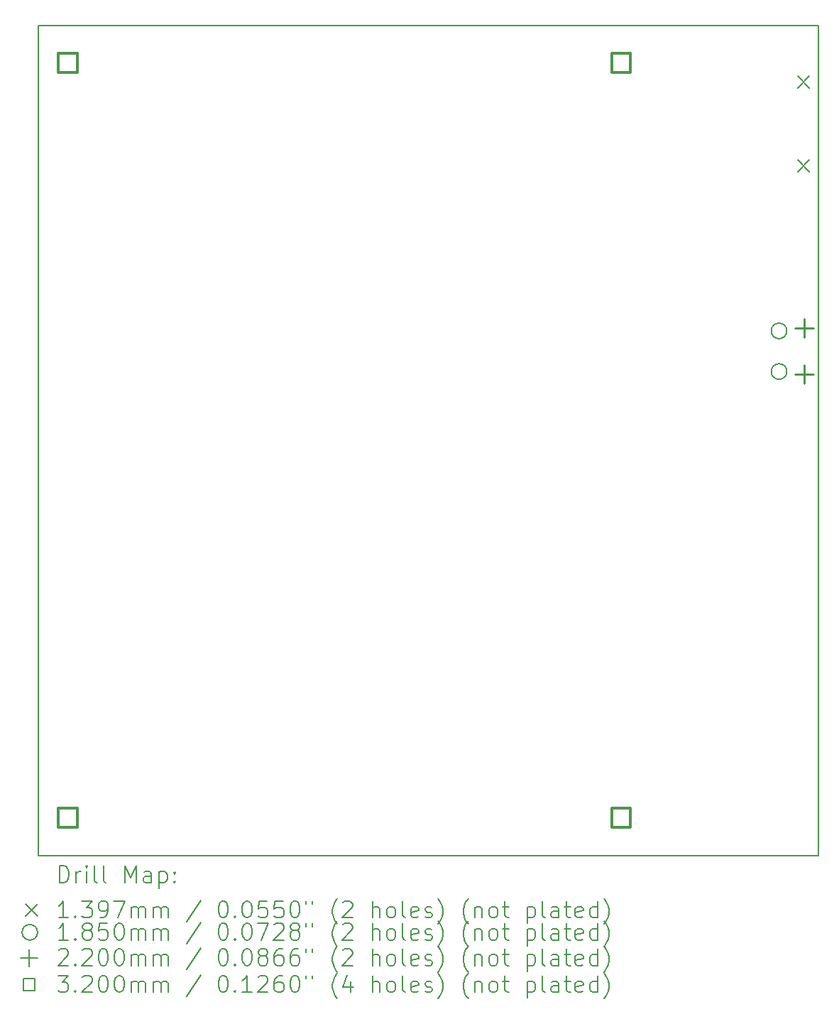
<source format=gbr>
%TF.GenerationSoftware,KiCad,Pcbnew,8.0.5*%
%TF.CreationDate,2024-10-24T17:50:15+02:00*%
%TF.ProjectId,vt2_communicator,7674325f-636f-46d6-9d75-6e696361746f,rev?*%
%TF.SameCoordinates,Original*%
%TF.FileFunction,Drillmap*%
%TF.FilePolarity,Positive*%
%FSLAX45Y45*%
G04 Gerber Fmt 4.5, Leading zero omitted, Abs format (unit mm)*
G04 Created by KiCad (PCBNEW 8.0.5) date 2024-10-24 17:50:15*
%MOMM*%
%LPD*%
G01*
G04 APERTURE LIST*
%ADD10C,0.200000*%
%ADD11C,0.139700*%
%ADD12C,0.185000*%
%ADD13C,0.220000*%
%ADD14C,0.320000*%
G04 APERTURE END LIST*
D10*
X19300000Y-5100000D02*
X10000000Y-5100000D01*
X19300000Y-15000000D02*
X19300000Y-5100000D01*
X10000000Y-5100000D02*
X10000000Y-15000000D01*
X10000000Y-15000000D02*
X19300000Y-15000000D01*
D11*
X19054640Y-5705216D02*
X19194340Y-5844916D01*
X19194340Y-5705216D02*
X19054640Y-5844916D01*
X19054640Y-6705468D02*
X19194340Y-6845168D01*
X19194340Y-6705468D02*
X19054640Y-6845168D01*
D12*
X18926500Y-8743500D02*
G75*
G02*
X18741500Y-8743500I-92500J0D01*
G01*
X18741500Y-8743500D02*
G75*
G02*
X18926500Y-8743500I92500J0D01*
G01*
X18926500Y-9228500D02*
G75*
G02*
X18741500Y-9228500I-92500J0D01*
G01*
X18741500Y-9228500D02*
G75*
G02*
X18926500Y-9228500I92500J0D01*
G01*
D13*
X19137000Y-8603500D02*
X19137000Y-8823500D01*
X19027000Y-8713500D02*
X19247000Y-8713500D01*
X19137000Y-9148500D02*
X19137000Y-9368500D01*
X19027000Y-9258500D02*
X19247000Y-9258500D01*
D14*
X10463138Y-5663138D02*
X10463138Y-5436862D01*
X10236862Y-5436862D01*
X10236862Y-5663138D01*
X10463138Y-5663138D01*
X10463138Y-14663138D02*
X10463138Y-14436862D01*
X10236862Y-14436862D01*
X10236862Y-14663138D01*
X10463138Y-14663138D01*
X17063138Y-5663138D02*
X17063138Y-5436862D01*
X16836862Y-5436862D01*
X16836862Y-5663138D01*
X17063138Y-5663138D01*
X17063138Y-14663138D02*
X17063138Y-14436862D01*
X16836862Y-14436862D01*
X16836862Y-14663138D01*
X17063138Y-14663138D01*
D10*
X10250777Y-15321484D02*
X10250777Y-15121484D01*
X10250777Y-15121484D02*
X10298396Y-15121484D01*
X10298396Y-15121484D02*
X10326967Y-15131008D01*
X10326967Y-15131008D02*
X10346015Y-15150055D01*
X10346015Y-15150055D02*
X10355539Y-15169103D01*
X10355539Y-15169103D02*
X10365063Y-15207198D01*
X10365063Y-15207198D02*
X10365063Y-15235769D01*
X10365063Y-15235769D02*
X10355539Y-15273865D01*
X10355539Y-15273865D02*
X10346015Y-15292912D01*
X10346015Y-15292912D02*
X10326967Y-15311960D01*
X10326967Y-15311960D02*
X10298396Y-15321484D01*
X10298396Y-15321484D02*
X10250777Y-15321484D01*
X10450777Y-15321484D02*
X10450777Y-15188150D01*
X10450777Y-15226246D02*
X10460301Y-15207198D01*
X10460301Y-15207198D02*
X10469824Y-15197674D01*
X10469824Y-15197674D02*
X10488872Y-15188150D01*
X10488872Y-15188150D02*
X10507920Y-15188150D01*
X10574586Y-15321484D02*
X10574586Y-15188150D01*
X10574586Y-15121484D02*
X10565063Y-15131008D01*
X10565063Y-15131008D02*
X10574586Y-15140531D01*
X10574586Y-15140531D02*
X10584110Y-15131008D01*
X10584110Y-15131008D02*
X10574586Y-15121484D01*
X10574586Y-15121484D02*
X10574586Y-15140531D01*
X10698396Y-15321484D02*
X10679348Y-15311960D01*
X10679348Y-15311960D02*
X10669824Y-15292912D01*
X10669824Y-15292912D02*
X10669824Y-15121484D01*
X10803158Y-15321484D02*
X10784110Y-15311960D01*
X10784110Y-15311960D02*
X10774586Y-15292912D01*
X10774586Y-15292912D02*
X10774586Y-15121484D01*
X11031729Y-15321484D02*
X11031729Y-15121484D01*
X11031729Y-15121484D02*
X11098396Y-15264341D01*
X11098396Y-15264341D02*
X11165063Y-15121484D01*
X11165063Y-15121484D02*
X11165063Y-15321484D01*
X11346015Y-15321484D02*
X11346015Y-15216722D01*
X11346015Y-15216722D02*
X11336491Y-15197674D01*
X11336491Y-15197674D02*
X11317443Y-15188150D01*
X11317443Y-15188150D02*
X11279348Y-15188150D01*
X11279348Y-15188150D02*
X11260301Y-15197674D01*
X11346015Y-15311960D02*
X11326967Y-15321484D01*
X11326967Y-15321484D02*
X11279348Y-15321484D01*
X11279348Y-15321484D02*
X11260301Y-15311960D01*
X11260301Y-15311960D02*
X11250777Y-15292912D01*
X11250777Y-15292912D02*
X11250777Y-15273865D01*
X11250777Y-15273865D02*
X11260301Y-15254817D01*
X11260301Y-15254817D02*
X11279348Y-15245293D01*
X11279348Y-15245293D02*
X11326967Y-15245293D01*
X11326967Y-15245293D02*
X11346015Y-15235769D01*
X11441253Y-15188150D02*
X11441253Y-15388150D01*
X11441253Y-15197674D02*
X11460301Y-15188150D01*
X11460301Y-15188150D02*
X11498396Y-15188150D01*
X11498396Y-15188150D02*
X11517443Y-15197674D01*
X11517443Y-15197674D02*
X11526967Y-15207198D01*
X11526967Y-15207198D02*
X11536491Y-15226246D01*
X11536491Y-15226246D02*
X11536491Y-15283388D01*
X11536491Y-15283388D02*
X11526967Y-15302436D01*
X11526967Y-15302436D02*
X11517443Y-15311960D01*
X11517443Y-15311960D02*
X11498396Y-15321484D01*
X11498396Y-15321484D02*
X11460301Y-15321484D01*
X11460301Y-15321484D02*
X11441253Y-15311960D01*
X11622205Y-15302436D02*
X11631729Y-15311960D01*
X11631729Y-15311960D02*
X11622205Y-15321484D01*
X11622205Y-15321484D02*
X11612682Y-15311960D01*
X11612682Y-15311960D02*
X11622205Y-15302436D01*
X11622205Y-15302436D02*
X11622205Y-15321484D01*
X11622205Y-15197674D02*
X11631729Y-15207198D01*
X11631729Y-15207198D02*
X11622205Y-15216722D01*
X11622205Y-15216722D02*
X11612682Y-15207198D01*
X11612682Y-15207198D02*
X11622205Y-15197674D01*
X11622205Y-15197674D02*
X11622205Y-15216722D01*
D11*
X9850300Y-15580150D02*
X9990000Y-15719850D01*
X9990000Y-15580150D02*
X9850300Y-15719850D01*
D10*
X10355539Y-15741484D02*
X10241253Y-15741484D01*
X10298396Y-15741484D02*
X10298396Y-15541484D01*
X10298396Y-15541484D02*
X10279348Y-15570055D01*
X10279348Y-15570055D02*
X10260301Y-15589103D01*
X10260301Y-15589103D02*
X10241253Y-15598627D01*
X10441253Y-15722436D02*
X10450777Y-15731960D01*
X10450777Y-15731960D02*
X10441253Y-15741484D01*
X10441253Y-15741484D02*
X10431729Y-15731960D01*
X10431729Y-15731960D02*
X10441253Y-15722436D01*
X10441253Y-15722436D02*
X10441253Y-15741484D01*
X10517444Y-15541484D02*
X10641253Y-15541484D01*
X10641253Y-15541484D02*
X10574586Y-15617674D01*
X10574586Y-15617674D02*
X10603158Y-15617674D01*
X10603158Y-15617674D02*
X10622205Y-15627198D01*
X10622205Y-15627198D02*
X10631729Y-15636722D01*
X10631729Y-15636722D02*
X10641253Y-15655769D01*
X10641253Y-15655769D02*
X10641253Y-15703388D01*
X10641253Y-15703388D02*
X10631729Y-15722436D01*
X10631729Y-15722436D02*
X10622205Y-15731960D01*
X10622205Y-15731960D02*
X10603158Y-15741484D01*
X10603158Y-15741484D02*
X10546015Y-15741484D01*
X10546015Y-15741484D02*
X10526967Y-15731960D01*
X10526967Y-15731960D02*
X10517444Y-15722436D01*
X10736491Y-15741484D02*
X10774586Y-15741484D01*
X10774586Y-15741484D02*
X10793634Y-15731960D01*
X10793634Y-15731960D02*
X10803158Y-15722436D01*
X10803158Y-15722436D02*
X10822205Y-15693865D01*
X10822205Y-15693865D02*
X10831729Y-15655769D01*
X10831729Y-15655769D02*
X10831729Y-15579579D01*
X10831729Y-15579579D02*
X10822205Y-15560531D01*
X10822205Y-15560531D02*
X10812682Y-15551008D01*
X10812682Y-15551008D02*
X10793634Y-15541484D01*
X10793634Y-15541484D02*
X10755539Y-15541484D01*
X10755539Y-15541484D02*
X10736491Y-15551008D01*
X10736491Y-15551008D02*
X10726967Y-15560531D01*
X10726967Y-15560531D02*
X10717444Y-15579579D01*
X10717444Y-15579579D02*
X10717444Y-15627198D01*
X10717444Y-15627198D02*
X10726967Y-15646246D01*
X10726967Y-15646246D02*
X10736491Y-15655769D01*
X10736491Y-15655769D02*
X10755539Y-15665293D01*
X10755539Y-15665293D02*
X10793634Y-15665293D01*
X10793634Y-15665293D02*
X10812682Y-15655769D01*
X10812682Y-15655769D02*
X10822205Y-15646246D01*
X10822205Y-15646246D02*
X10831729Y-15627198D01*
X10898396Y-15541484D02*
X11031729Y-15541484D01*
X11031729Y-15541484D02*
X10946015Y-15741484D01*
X11107920Y-15741484D02*
X11107920Y-15608150D01*
X11107920Y-15627198D02*
X11117444Y-15617674D01*
X11117444Y-15617674D02*
X11136491Y-15608150D01*
X11136491Y-15608150D02*
X11165063Y-15608150D01*
X11165063Y-15608150D02*
X11184110Y-15617674D01*
X11184110Y-15617674D02*
X11193634Y-15636722D01*
X11193634Y-15636722D02*
X11193634Y-15741484D01*
X11193634Y-15636722D02*
X11203158Y-15617674D01*
X11203158Y-15617674D02*
X11222205Y-15608150D01*
X11222205Y-15608150D02*
X11250777Y-15608150D01*
X11250777Y-15608150D02*
X11269824Y-15617674D01*
X11269824Y-15617674D02*
X11279348Y-15636722D01*
X11279348Y-15636722D02*
X11279348Y-15741484D01*
X11374586Y-15741484D02*
X11374586Y-15608150D01*
X11374586Y-15627198D02*
X11384110Y-15617674D01*
X11384110Y-15617674D02*
X11403158Y-15608150D01*
X11403158Y-15608150D02*
X11431729Y-15608150D01*
X11431729Y-15608150D02*
X11450777Y-15617674D01*
X11450777Y-15617674D02*
X11460301Y-15636722D01*
X11460301Y-15636722D02*
X11460301Y-15741484D01*
X11460301Y-15636722D02*
X11469824Y-15617674D01*
X11469824Y-15617674D02*
X11488872Y-15608150D01*
X11488872Y-15608150D02*
X11517443Y-15608150D01*
X11517443Y-15608150D02*
X11536491Y-15617674D01*
X11536491Y-15617674D02*
X11546015Y-15636722D01*
X11546015Y-15636722D02*
X11546015Y-15741484D01*
X11936491Y-15531960D02*
X11765063Y-15789103D01*
X12193634Y-15541484D02*
X12212682Y-15541484D01*
X12212682Y-15541484D02*
X12231729Y-15551008D01*
X12231729Y-15551008D02*
X12241253Y-15560531D01*
X12241253Y-15560531D02*
X12250777Y-15579579D01*
X12250777Y-15579579D02*
X12260301Y-15617674D01*
X12260301Y-15617674D02*
X12260301Y-15665293D01*
X12260301Y-15665293D02*
X12250777Y-15703388D01*
X12250777Y-15703388D02*
X12241253Y-15722436D01*
X12241253Y-15722436D02*
X12231729Y-15731960D01*
X12231729Y-15731960D02*
X12212682Y-15741484D01*
X12212682Y-15741484D02*
X12193634Y-15741484D01*
X12193634Y-15741484D02*
X12174586Y-15731960D01*
X12174586Y-15731960D02*
X12165063Y-15722436D01*
X12165063Y-15722436D02*
X12155539Y-15703388D01*
X12155539Y-15703388D02*
X12146015Y-15665293D01*
X12146015Y-15665293D02*
X12146015Y-15617674D01*
X12146015Y-15617674D02*
X12155539Y-15579579D01*
X12155539Y-15579579D02*
X12165063Y-15560531D01*
X12165063Y-15560531D02*
X12174586Y-15551008D01*
X12174586Y-15551008D02*
X12193634Y-15541484D01*
X12346015Y-15722436D02*
X12355539Y-15731960D01*
X12355539Y-15731960D02*
X12346015Y-15741484D01*
X12346015Y-15741484D02*
X12336491Y-15731960D01*
X12336491Y-15731960D02*
X12346015Y-15722436D01*
X12346015Y-15722436D02*
X12346015Y-15741484D01*
X12479348Y-15541484D02*
X12498396Y-15541484D01*
X12498396Y-15541484D02*
X12517444Y-15551008D01*
X12517444Y-15551008D02*
X12526967Y-15560531D01*
X12526967Y-15560531D02*
X12536491Y-15579579D01*
X12536491Y-15579579D02*
X12546015Y-15617674D01*
X12546015Y-15617674D02*
X12546015Y-15665293D01*
X12546015Y-15665293D02*
X12536491Y-15703388D01*
X12536491Y-15703388D02*
X12526967Y-15722436D01*
X12526967Y-15722436D02*
X12517444Y-15731960D01*
X12517444Y-15731960D02*
X12498396Y-15741484D01*
X12498396Y-15741484D02*
X12479348Y-15741484D01*
X12479348Y-15741484D02*
X12460301Y-15731960D01*
X12460301Y-15731960D02*
X12450777Y-15722436D01*
X12450777Y-15722436D02*
X12441253Y-15703388D01*
X12441253Y-15703388D02*
X12431729Y-15665293D01*
X12431729Y-15665293D02*
X12431729Y-15617674D01*
X12431729Y-15617674D02*
X12441253Y-15579579D01*
X12441253Y-15579579D02*
X12450777Y-15560531D01*
X12450777Y-15560531D02*
X12460301Y-15551008D01*
X12460301Y-15551008D02*
X12479348Y-15541484D01*
X12726967Y-15541484D02*
X12631729Y-15541484D01*
X12631729Y-15541484D02*
X12622206Y-15636722D01*
X12622206Y-15636722D02*
X12631729Y-15627198D01*
X12631729Y-15627198D02*
X12650777Y-15617674D01*
X12650777Y-15617674D02*
X12698396Y-15617674D01*
X12698396Y-15617674D02*
X12717444Y-15627198D01*
X12717444Y-15627198D02*
X12726967Y-15636722D01*
X12726967Y-15636722D02*
X12736491Y-15655769D01*
X12736491Y-15655769D02*
X12736491Y-15703388D01*
X12736491Y-15703388D02*
X12726967Y-15722436D01*
X12726967Y-15722436D02*
X12717444Y-15731960D01*
X12717444Y-15731960D02*
X12698396Y-15741484D01*
X12698396Y-15741484D02*
X12650777Y-15741484D01*
X12650777Y-15741484D02*
X12631729Y-15731960D01*
X12631729Y-15731960D02*
X12622206Y-15722436D01*
X12917444Y-15541484D02*
X12822206Y-15541484D01*
X12822206Y-15541484D02*
X12812682Y-15636722D01*
X12812682Y-15636722D02*
X12822206Y-15627198D01*
X12822206Y-15627198D02*
X12841253Y-15617674D01*
X12841253Y-15617674D02*
X12888872Y-15617674D01*
X12888872Y-15617674D02*
X12907920Y-15627198D01*
X12907920Y-15627198D02*
X12917444Y-15636722D01*
X12917444Y-15636722D02*
X12926967Y-15655769D01*
X12926967Y-15655769D02*
X12926967Y-15703388D01*
X12926967Y-15703388D02*
X12917444Y-15722436D01*
X12917444Y-15722436D02*
X12907920Y-15731960D01*
X12907920Y-15731960D02*
X12888872Y-15741484D01*
X12888872Y-15741484D02*
X12841253Y-15741484D01*
X12841253Y-15741484D02*
X12822206Y-15731960D01*
X12822206Y-15731960D02*
X12812682Y-15722436D01*
X13050777Y-15541484D02*
X13069825Y-15541484D01*
X13069825Y-15541484D02*
X13088872Y-15551008D01*
X13088872Y-15551008D02*
X13098396Y-15560531D01*
X13098396Y-15560531D02*
X13107920Y-15579579D01*
X13107920Y-15579579D02*
X13117444Y-15617674D01*
X13117444Y-15617674D02*
X13117444Y-15665293D01*
X13117444Y-15665293D02*
X13107920Y-15703388D01*
X13107920Y-15703388D02*
X13098396Y-15722436D01*
X13098396Y-15722436D02*
X13088872Y-15731960D01*
X13088872Y-15731960D02*
X13069825Y-15741484D01*
X13069825Y-15741484D02*
X13050777Y-15741484D01*
X13050777Y-15741484D02*
X13031729Y-15731960D01*
X13031729Y-15731960D02*
X13022206Y-15722436D01*
X13022206Y-15722436D02*
X13012682Y-15703388D01*
X13012682Y-15703388D02*
X13003158Y-15665293D01*
X13003158Y-15665293D02*
X13003158Y-15617674D01*
X13003158Y-15617674D02*
X13012682Y-15579579D01*
X13012682Y-15579579D02*
X13022206Y-15560531D01*
X13022206Y-15560531D02*
X13031729Y-15551008D01*
X13031729Y-15551008D02*
X13050777Y-15541484D01*
X13193634Y-15541484D02*
X13193634Y-15579579D01*
X13269825Y-15541484D02*
X13269825Y-15579579D01*
X13565063Y-15817674D02*
X13555539Y-15808150D01*
X13555539Y-15808150D02*
X13536491Y-15779579D01*
X13536491Y-15779579D02*
X13526968Y-15760531D01*
X13526968Y-15760531D02*
X13517444Y-15731960D01*
X13517444Y-15731960D02*
X13507920Y-15684341D01*
X13507920Y-15684341D02*
X13507920Y-15646246D01*
X13507920Y-15646246D02*
X13517444Y-15598627D01*
X13517444Y-15598627D02*
X13526968Y-15570055D01*
X13526968Y-15570055D02*
X13536491Y-15551008D01*
X13536491Y-15551008D02*
X13555539Y-15522436D01*
X13555539Y-15522436D02*
X13565063Y-15512912D01*
X13631729Y-15560531D02*
X13641253Y-15551008D01*
X13641253Y-15551008D02*
X13660301Y-15541484D01*
X13660301Y-15541484D02*
X13707920Y-15541484D01*
X13707920Y-15541484D02*
X13726968Y-15551008D01*
X13726968Y-15551008D02*
X13736491Y-15560531D01*
X13736491Y-15560531D02*
X13746015Y-15579579D01*
X13746015Y-15579579D02*
X13746015Y-15598627D01*
X13746015Y-15598627D02*
X13736491Y-15627198D01*
X13736491Y-15627198D02*
X13622206Y-15741484D01*
X13622206Y-15741484D02*
X13746015Y-15741484D01*
X13984110Y-15741484D02*
X13984110Y-15541484D01*
X14069825Y-15741484D02*
X14069825Y-15636722D01*
X14069825Y-15636722D02*
X14060301Y-15617674D01*
X14060301Y-15617674D02*
X14041253Y-15608150D01*
X14041253Y-15608150D02*
X14012682Y-15608150D01*
X14012682Y-15608150D02*
X13993634Y-15617674D01*
X13993634Y-15617674D02*
X13984110Y-15627198D01*
X14193634Y-15741484D02*
X14174587Y-15731960D01*
X14174587Y-15731960D02*
X14165063Y-15722436D01*
X14165063Y-15722436D02*
X14155539Y-15703388D01*
X14155539Y-15703388D02*
X14155539Y-15646246D01*
X14155539Y-15646246D02*
X14165063Y-15627198D01*
X14165063Y-15627198D02*
X14174587Y-15617674D01*
X14174587Y-15617674D02*
X14193634Y-15608150D01*
X14193634Y-15608150D02*
X14222206Y-15608150D01*
X14222206Y-15608150D02*
X14241253Y-15617674D01*
X14241253Y-15617674D02*
X14250777Y-15627198D01*
X14250777Y-15627198D02*
X14260301Y-15646246D01*
X14260301Y-15646246D02*
X14260301Y-15703388D01*
X14260301Y-15703388D02*
X14250777Y-15722436D01*
X14250777Y-15722436D02*
X14241253Y-15731960D01*
X14241253Y-15731960D02*
X14222206Y-15741484D01*
X14222206Y-15741484D02*
X14193634Y-15741484D01*
X14374587Y-15741484D02*
X14355539Y-15731960D01*
X14355539Y-15731960D02*
X14346015Y-15712912D01*
X14346015Y-15712912D02*
X14346015Y-15541484D01*
X14526968Y-15731960D02*
X14507920Y-15741484D01*
X14507920Y-15741484D02*
X14469825Y-15741484D01*
X14469825Y-15741484D02*
X14450777Y-15731960D01*
X14450777Y-15731960D02*
X14441253Y-15712912D01*
X14441253Y-15712912D02*
X14441253Y-15636722D01*
X14441253Y-15636722D02*
X14450777Y-15617674D01*
X14450777Y-15617674D02*
X14469825Y-15608150D01*
X14469825Y-15608150D02*
X14507920Y-15608150D01*
X14507920Y-15608150D02*
X14526968Y-15617674D01*
X14526968Y-15617674D02*
X14536491Y-15636722D01*
X14536491Y-15636722D02*
X14536491Y-15655769D01*
X14536491Y-15655769D02*
X14441253Y-15674817D01*
X14612682Y-15731960D02*
X14631730Y-15741484D01*
X14631730Y-15741484D02*
X14669825Y-15741484D01*
X14669825Y-15741484D02*
X14688872Y-15731960D01*
X14688872Y-15731960D02*
X14698396Y-15712912D01*
X14698396Y-15712912D02*
X14698396Y-15703388D01*
X14698396Y-15703388D02*
X14688872Y-15684341D01*
X14688872Y-15684341D02*
X14669825Y-15674817D01*
X14669825Y-15674817D02*
X14641253Y-15674817D01*
X14641253Y-15674817D02*
X14622206Y-15665293D01*
X14622206Y-15665293D02*
X14612682Y-15646246D01*
X14612682Y-15646246D02*
X14612682Y-15636722D01*
X14612682Y-15636722D02*
X14622206Y-15617674D01*
X14622206Y-15617674D02*
X14641253Y-15608150D01*
X14641253Y-15608150D02*
X14669825Y-15608150D01*
X14669825Y-15608150D02*
X14688872Y-15617674D01*
X14765063Y-15817674D02*
X14774587Y-15808150D01*
X14774587Y-15808150D02*
X14793634Y-15779579D01*
X14793634Y-15779579D02*
X14803158Y-15760531D01*
X14803158Y-15760531D02*
X14812682Y-15731960D01*
X14812682Y-15731960D02*
X14822206Y-15684341D01*
X14822206Y-15684341D02*
X14822206Y-15646246D01*
X14822206Y-15646246D02*
X14812682Y-15598627D01*
X14812682Y-15598627D02*
X14803158Y-15570055D01*
X14803158Y-15570055D02*
X14793634Y-15551008D01*
X14793634Y-15551008D02*
X14774587Y-15522436D01*
X14774587Y-15522436D02*
X14765063Y-15512912D01*
X15126968Y-15817674D02*
X15117444Y-15808150D01*
X15117444Y-15808150D02*
X15098396Y-15779579D01*
X15098396Y-15779579D02*
X15088872Y-15760531D01*
X15088872Y-15760531D02*
X15079349Y-15731960D01*
X15079349Y-15731960D02*
X15069825Y-15684341D01*
X15069825Y-15684341D02*
X15069825Y-15646246D01*
X15069825Y-15646246D02*
X15079349Y-15598627D01*
X15079349Y-15598627D02*
X15088872Y-15570055D01*
X15088872Y-15570055D02*
X15098396Y-15551008D01*
X15098396Y-15551008D02*
X15117444Y-15522436D01*
X15117444Y-15522436D02*
X15126968Y-15512912D01*
X15203158Y-15608150D02*
X15203158Y-15741484D01*
X15203158Y-15627198D02*
X15212682Y-15617674D01*
X15212682Y-15617674D02*
X15231730Y-15608150D01*
X15231730Y-15608150D02*
X15260301Y-15608150D01*
X15260301Y-15608150D02*
X15279349Y-15617674D01*
X15279349Y-15617674D02*
X15288872Y-15636722D01*
X15288872Y-15636722D02*
X15288872Y-15741484D01*
X15412682Y-15741484D02*
X15393634Y-15731960D01*
X15393634Y-15731960D02*
X15384111Y-15722436D01*
X15384111Y-15722436D02*
X15374587Y-15703388D01*
X15374587Y-15703388D02*
X15374587Y-15646246D01*
X15374587Y-15646246D02*
X15384111Y-15627198D01*
X15384111Y-15627198D02*
X15393634Y-15617674D01*
X15393634Y-15617674D02*
X15412682Y-15608150D01*
X15412682Y-15608150D02*
X15441253Y-15608150D01*
X15441253Y-15608150D02*
X15460301Y-15617674D01*
X15460301Y-15617674D02*
X15469825Y-15627198D01*
X15469825Y-15627198D02*
X15479349Y-15646246D01*
X15479349Y-15646246D02*
X15479349Y-15703388D01*
X15479349Y-15703388D02*
X15469825Y-15722436D01*
X15469825Y-15722436D02*
X15460301Y-15731960D01*
X15460301Y-15731960D02*
X15441253Y-15741484D01*
X15441253Y-15741484D02*
X15412682Y-15741484D01*
X15536492Y-15608150D02*
X15612682Y-15608150D01*
X15565063Y-15541484D02*
X15565063Y-15712912D01*
X15565063Y-15712912D02*
X15574587Y-15731960D01*
X15574587Y-15731960D02*
X15593634Y-15741484D01*
X15593634Y-15741484D02*
X15612682Y-15741484D01*
X15831730Y-15608150D02*
X15831730Y-15808150D01*
X15831730Y-15617674D02*
X15850777Y-15608150D01*
X15850777Y-15608150D02*
X15888873Y-15608150D01*
X15888873Y-15608150D02*
X15907920Y-15617674D01*
X15907920Y-15617674D02*
X15917444Y-15627198D01*
X15917444Y-15627198D02*
X15926968Y-15646246D01*
X15926968Y-15646246D02*
X15926968Y-15703388D01*
X15926968Y-15703388D02*
X15917444Y-15722436D01*
X15917444Y-15722436D02*
X15907920Y-15731960D01*
X15907920Y-15731960D02*
X15888873Y-15741484D01*
X15888873Y-15741484D02*
X15850777Y-15741484D01*
X15850777Y-15741484D02*
X15831730Y-15731960D01*
X16041253Y-15741484D02*
X16022206Y-15731960D01*
X16022206Y-15731960D02*
X16012682Y-15712912D01*
X16012682Y-15712912D02*
X16012682Y-15541484D01*
X16203158Y-15741484D02*
X16203158Y-15636722D01*
X16203158Y-15636722D02*
X16193634Y-15617674D01*
X16193634Y-15617674D02*
X16174587Y-15608150D01*
X16174587Y-15608150D02*
X16136492Y-15608150D01*
X16136492Y-15608150D02*
X16117444Y-15617674D01*
X16203158Y-15731960D02*
X16184111Y-15741484D01*
X16184111Y-15741484D02*
X16136492Y-15741484D01*
X16136492Y-15741484D02*
X16117444Y-15731960D01*
X16117444Y-15731960D02*
X16107920Y-15712912D01*
X16107920Y-15712912D02*
X16107920Y-15693865D01*
X16107920Y-15693865D02*
X16117444Y-15674817D01*
X16117444Y-15674817D02*
X16136492Y-15665293D01*
X16136492Y-15665293D02*
X16184111Y-15665293D01*
X16184111Y-15665293D02*
X16203158Y-15655769D01*
X16269825Y-15608150D02*
X16346015Y-15608150D01*
X16298396Y-15541484D02*
X16298396Y-15712912D01*
X16298396Y-15712912D02*
X16307920Y-15731960D01*
X16307920Y-15731960D02*
X16326968Y-15741484D01*
X16326968Y-15741484D02*
X16346015Y-15741484D01*
X16488873Y-15731960D02*
X16469825Y-15741484D01*
X16469825Y-15741484D02*
X16431730Y-15741484D01*
X16431730Y-15741484D02*
X16412682Y-15731960D01*
X16412682Y-15731960D02*
X16403158Y-15712912D01*
X16403158Y-15712912D02*
X16403158Y-15636722D01*
X16403158Y-15636722D02*
X16412682Y-15617674D01*
X16412682Y-15617674D02*
X16431730Y-15608150D01*
X16431730Y-15608150D02*
X16469825Y-15608150D01*
X16469825Y-15608150D02*
X16488873Y-15617674D01*
X16488873Y-15617674D02*
X16498396Y-15636722D01*
X16498396Y-15636722D02*
X16498396Y-15655769D01*
X16498396Y-15655769D02*
X16403158Y-15674817D01*
X16669825Y-15741484D02*
X16669825Y-15541484D01*
X16669825Y-15731960D02*
X16650777Y-15741484D01*
X16650777Y-15741484D02*
X16612682Y-15741484D01*
X16612682Y-15741484D02*
X16593634Y-15731960D01*
X16593634Y-15731960D02*
X16584111Y-15722436D01*
X16584111Y-15722436D02*
X16574587Y-15703388D01*
X16574587Y-15703388D02*
X16574587Y-15646246D01*
X16574587Y-15646246D02*
X16584111Y-15627198D01*
X16584111Y-15627198D02*
X16593634Y-15617674D01*
X16593634Y-15617674D02*
X16612682Y-15608150D01*
X16612682Y-15608150D02*
X16650777Y-15608150D01*
X16650777Y-15608150D02*
X16669825Y-15617674D01*
X16746015Y-15817674D02*
X16755539Y-15808150D01*
X16755539Y-15808150D02*
X16774587Y-15779579D01*
X16774587Y-15779579D02*
X16784111Y-15760531D01*
X16784111Y-15760531D02*
X16793635Y-15731960D01*
X16793635Y-15731960D02*
X16803158Y-15684341D01*
X16803158Y-15684341D02*
X16803158Y-15646246D01*
X16803158Y-15646246D02*
X16793635Y-15598627D01*
X16793635Y-15598627D02*
X16784111Y-15570055D01*
X16784111Y-15570055D02*
X16774587Y-15551008D01*
X16774587Y-15551008D02*
X16755539Y-15522436D01*
X16755539Y-15522436D02*
X16746015Y-15512912D01*
D12*
X9990000Y-15914000D02*
G75*
G02*
X9805000Y-15914000I-92500J0D01*
G01*
X9805000Y-15914000D02*
G75*
G02*
X9990000Y-15914000I92500J0D01*
G01*
D10*
X10355539Y-16005484D02*
X10241253Y-16005484D01*
X10298396Y-16005484D02*
X10298396Y-15805484D01*
X10298396Y-15805484D02*
X10279348Y-15834055D01*
X10279348Y-15834055D02*
X10260301Y-15853103D01*
X10260301Y-15853103D02*
X10241253Y-15862627D01*
X10441253Y-15986436D02*
X10450777Y-15995960D01*
X10450777Y-15995960D02*
X10441253Y-16005484D01*
X10441253Y-16005484D02*
X10431729Y-15995960D01*
X10431729Y-15995960D02*
X10441253Y-15986436D01*
X10441253Y-15986436D02*
X10441253Y-16005484D01*
X10565063Y-15891198D02*
X10546015Y-15881674D01*
X10546015Y-15881674D02*
X10536491Y-15872150D01*
X10536491Y-15872150D02*
X10526967Y-15853103D01*
X10526967Y-15853103D02*
X10526967Y-15843579D01*
X10526967Y-15843579D02*
X10536491Y-15824531D01*
X10536491Y-15824531D02*
X10546015Y-15815008D01*
X10546015Y-15815008D02*
X10565063Y-15805484D01*
X10565063Y-15805484D02*
X10603158Y-15805484D01*
X10603158Y-15805484D02*
X10622205Y-15815008D01*
X10622205Y-15815008D02*
X10631729Y-15824531D01*
X10631729Y-15824531D02*
X10641253Y-15843579D01*
X10641253Y-15843579D02*
X10641253Y-15853103D01*
X10641253Y-15853103D02*
X10631729Y-15872150D01*
X10631729Y-15872150D02*
X10622205Y-15881674D01*
X10622205Y-15881674D02*
X10603158Y-15891198D01*
X10603158Y-15891198D02*
X10565063Y-15891198D01*
X10565063Y-15891198D02*
X10546015Y-15900722D01*
X10546015Y-15900722D02*
X10536491Y-15910246D01*
X10536491Y-15910246D02*
X10526967Y-15929293D01*
X10526967Y-15929293D02*
X10526967Y-15967388D01*
X10526967Y-15967388D02*
X10536491Y-15986436D01*
X10536491Y-15986436D02*
X10546015Y-15995960D01*
X10546015Y-15995960D02*
X10565063Y-16005484D01*
X10565063Y-16005484D02*
X10603158Y-16005484D01*
X10603158Y-16005484D02*
X10622205Y-15995960D01*
X10622205Y-15995960D02*
X10631729Y-15986436D01*
X10631729Y-15986436D02*
X10641253Y-15967388D01*
X10641253Y-15967388D02*
X10641253Y-15929293D01*
X10641253Y-15929293D02*
X10631729Y-15910246D01*
X10631729Y-15910246D02*
X10622205Y-15900722D01*
X10622205Y-15900722D02*
X10603158Y-15891198D01*
X10822205Y-15805484D02*
X10726967Y-15805484D01*
X10726967Y-15805484D02*
X10717444Y-15900722D01*
X10717444Y-15900722D02*
X10726967Y-15891198D01*
X10726967Y-15891198D02*
X10746015Y-15881674D01*
X10746015Y-15881674D02*
X10793634Y-15881674D01*
X10793634Y-15881674D02*
X10812682Y-15891198D01*
X10812682Y-15891198D02*
X10822205Y-15900722D01*
X10822205Y-15900722D02*
X10831729Y-15919769D01*
X10831729Y-15919769D02*
X10831729Y-15967388D01*
X10831729Y-15967388D02*
X10822205Y-15986436D01*
X10822205Y-15986436D02*
X10812682Y-15995960D01*
X10812682Y-15995960D02*
X10793634Y-16005484D01*
X10793634Y-16005484D02*
X10746015Y-16005484D01*
X10746015Y-16005484D02*
X10726967Y-15995960D01*
X10726967Y-15995960D02*
X10717444Y-15986436D01*
X10955539Y-15805484D02*
X10974586Y-15805484D01*
X10974586Y-15805484D02*
X10993634Y-15815008D01*
X10993634Y-15815008D02*
X11003158Y-15824531D01*
X11003158Y-15824531D02*
X11012682Y-15843579D01*
X11012682Y-15843579D02*
X11022205Y-15881674D01*
X11022205Y-15881674D02*
X11022205Y-15929293D01*
X11022205Y-15929293D02*
X11012682Y-15967388D01*
X11012682Y-15967388D02*
X11003158Y-15986436D01*
X11003158Y-15986436D02*
X10993634Y-15995960D01*
X10993634Y-15995960D02*
X10974586Y-16005484D01*
X10974586Y-16005484D02*
X10955539Y-16005484D01*
X10955539Y-16005484D02*
X10936491Y-15995960D01*
X10936491Y-15995960D02*
X10926967Y-15986436D01*
X10926967Y-15986436D02*
X10917444Y-15967388D01*
X10917444Y-15967388D02*
X10907920Y-15929293D01*
X10907920Y-15929293D02*
X10907920Y-15881674D01*
X10907920Y-15881674D02*
X10917444Y-15843579D01*
X10917444Y-15843579D02*
X10926967Y-15824531D01*
X10926967Y-15824531D02*
X10936491Y-15815008D01*
X10936491Y-15815008D02*
X10955539Y-15805484D01*
X11107920Y-16005484D02*
X11107920Y-15872150D01*
X11107920Y-15891198D02*
X11117444Y-15881674D01*
X11117444Y-15881674D02*
X11136491Y-15872150D01*
X11136491Y-15872150D02*
X11165063Y-15872150D01*
X11165063Y-15872150D02*
X11184110Y-15881674D01*
X11184110Y-15881674D02*
X11193634Y-15900722D01*
X11193634Y-15900722D02*
X11193634Y-16005484D01*
X11193634Y-15900722D02*
X11203158Y-15881674D01*
X11203158Y-15881674D02*
X11222205Y-15872150D01*
X11222205Y-15872150D02*
X11250777Y-15872150D01*
X11250777Y-15872150D02*
X11269824Y-15881674D01*
X11269824Y-15881674D02*
X11279348Y-15900722D01*
X11279348Y-15900722D02*
X11279348Y-16005484D01*
X11374586Y-16005484D02*
X11374586Y-15872150D01*
X11374586Y-15891198D02*
X11384110Y-15881674D01*
X11384110Y-15881674D02*
X11403158Y-15872150D01*
X11403158Y-15872150D02*
X11431729Y-15872150D01*
X11431729Y-15872150D02*
X11450777Y-15881674D01*
X11450777Y-15881674D02*
X11460301Y-15900722D01*
X11460301Y-15900722D02*
X11460301Y-16005484D01*
X11460301Y-15900722D02*
X11469824Y-15881674D01*
X11469824Y-15881674D02*
X11488872Y-15872150D01*
X11488872Y-15872150D02*
X11517443Y-15872150D01*
X11517443Y-15872150D02*
X11536491Y-15881674D01*
X11536491Y-15881674D02*
X11546015Y-15900722D01*
X11546015Y-15900722D02*
X11546015Y-16005484D01*
X11936491Y-15795960D02*
X11765063Y-16053103D01*
X12193634Y-15805484D02*
X12212682Y-15805484D01*
X12212682Y-15805484D02*
X12231729Y-15815008D01*
X12231729Y-15815008D02*
X12241253Y-15824531D01*
X12241253Y-15824531D02*
X12250777Y-15843579D01*
X12250777Y-15843579D02*
X12260301Y-15881674D01*
X12260301Y-15881674D02*
X12260301Y-15929293D01*
X12260301Y-15929293D02*
X12250777Y-15967388D01*
X12250777Y-15967388D02*
X12241253Y-15986436D01*
X12241253Y-15986436D02*
X12231729Y-15995960D01*
X12231729Y-15995960D02*
X12212682Y-16005484D01*
X12212682Y-16005484D02*
X12193634Y-16005484D01*
X12193634Y-16005484D02*
X12174586Y-15995960D01*
X12174586Y-15995960D02*
X12165063Y-15986436D01*
X12165063Y-15986436D02*
X12155539Y-15967388D01*
X12155539Y-15967388D02*
X12146015Y-15929293D01*
X12146015Y-15929293D02*
X12146015Y-15881674D01*
X12146015Y-15881674D02*
X12155539Y-15843579D01*
X12155539Y-15843579D02*
X12165063Y-15824531D01*
X12165063Y-15824531D02*
X12174586Y-15815008D01*
X12174586Y-15815008D02*
X12193634Y-15805484D01*
X12346015Y-15986436D02*
X12355539Y-15995960D01*
X12355539Y-15995960D02*
X12346015Y-16005484D01*
X12346015Y-16005484D02*
X12336491Y-15995960D01*
X12336491Y-15995960D02*
X12346015Y-15986436D01*
X12346015Y-15986436D02*
X12346015Y-16005484D01*
X12479348Y-15805484D02*
X12498396Y-15805484D01*
X12498396Y-15805484D02*
X12517444Y-15815008D01*
X12517444Y-15815008D02*
X12526967Y-15824531D01*
X12526967Y-15824531D02*
X12536491Y-15843579D01*
X12536491Y-15843579D02*
X12546015Y-15881674D01*
X12546015Y-15881674D02*
X12546015Y-15929293D01*
X12546015Y-15929293D02*
X12536491Y-15967388D01*
X12536491Y-15967388D02*
X12526967Y-15986436D01*
X12526967Y-15986436D02*
X12517444Y-15995960D01*
X12517444Y-15995960D02*
X12498396Y-16005484D01*
X12498396Y-16005484D02*
X12479348Y-16005484D01*
X12479348Y-16005484D02*
X12460301Y-15995960D01*
X12460301Y-15995960D02*
X12450777Y-15986436D01*
X12450777Y-15986436D02*
X12441253Y-15967388D01*
X12441253Y-15967388D02*
X12431729Y-15929293D01*
X12431729Y-15929293D02*
X12431729Y-15881674D01*
X12431729Y-15881674D02*
X12441253Y-15843579D01*
X12441253Y-15843579D02*
X12450777Y-15824531D01*
X12450777Y-15824531D02*
X12460301Y-15815008D01*
X12460301Y-15815008D02*
X12479348Y-15805484D01*
X12612682Y-15805484D02*
X12746015Y-15805484D01*
X12746015Y-15805484D02*
X12660301Y-16005484D01*
X12812682Y-15824531D02*
X12822206Y-15815008D01*
X12822206Y-15815008D02*
X12841253Y-15805484D01*
X12841253Y-15805484D02*
X12888872Y-15805484D01*
X12888872Y-15805484D02*
X12907920Y-15815008D01*
X12907920Y-15815008D02*
X12917444Y-15824531D01*
X12917444Y-15824531D02*
X12926967Y-15843579D01*
X12926967Y-15843579D02*
X12926967Y-15862627D01*
X12926967Y-15862627D02*
X12917444Y-15891198D01*
X12917444Y-15891198D02*
X12803158Y-16005484D01*
X12803158Y-16005484D02*
X12926967Y-16005484D01*
X13041253Y-15891198D02*
X13022206Y-15881674D01*
X13022206Y-15881674D02*
X13012682Y-15872150D01*
X13012682Y-15872150D02*
X13003158Y-15853103D01*
X13003158Y-15853103D02*
X13003158Y-15843579D01*
X13003158Y-15843579D02*
X13012682Y-15824531D01*
X13012682Y-15824531D02*
X13022206Y-15815008D01*
X13022206Y-15815008D02*
X13041253Y-15805484D01*
X13041253Y-15805484D02*
X13079348Y-15805484D01*
X13079348Y-15805484D02*
X13098396Y-15815008D01*
X13098396Y-15815008D02*
X13107920Y-15824531D01*
X13107920Y-15824531D02*
X13117444Y-15843579D01*
X13117444Y-15843579D02*
X13117444Y-15853103D01*
X13117444Y-15853103D02*
X13107920Y-15872150D01*
X13107920Y-15872150D02*
X13098396Y-15881674D01*
X13098396Y-15881674D02*
X13079348Y-15891198D01*
X13079348Y-15891198D02*
X13041253Y-15891198D01*
X13041253Y-15891198D02*
X13022206Y-15900722D01*
X13022206Y-15900722D02*
X13012682Y-15910246D01*
X13012682Y-15910246D02*
X13003158Y-15929293D01*
X13003158Y-15929293D02*
X13003158Y-15967388D01*
X13003158Y-15967388D02*
X13012682Y-15986436D01*
X13012682Y-15986436D02*
X13022206Y-15995960D01*
X13022206Y-15995960D02*
X13041253Y-16005484D01*
X13041253Y-16005484D02*
X13079348Y-16005484D01*
X13079348Y-16005484D02*
X13098396Y-15995960D01*
X13098396Y-15995960D02*
X13107920Y-15986436D01*
X13107920Y-15986436D02*
X13117444Y-15967388D01*
X13117444Y-15967388D02*
X13117444Y-15929293D01*
X13117444Y-15929293D02*
X13107920Y-15910246D01*
X13107920Y-15910246D02*
X13098396Y-15900722D01*
X13098396Y-15900722D02*
X13079348Y-15891198D01*
X13193634Y-15805484D02*
X13193634Y-15843579D01*
X13269825Y-15805484D02*
X13269825Y-15843579D01*
X13565063Y-16081674D02*
X13555539Y-16072150D01*
X13555539Y-16072150D02*
X13536491Y-16043579D01*
X13536491Y-16043579D02*
X13526968Y-16024531D01*
X13526968Y-16024531D02*
X13517444Y-15995960D01*
X13517444Y-15995960D02*
X13507920Y-15948341D01*
X13507920Y-15948341D02*
X13507920Y-15910246D01*
X13507920Y-15910246D02*
X13517444Y-15862627D01*
X13517444Y-15862627D02*
X13526968Y-15834055D01*
X13526968Y-15834055D02*
X13536491Y-15815008D01*
X13536491Y-15815008D02*
X13555539Y-15786436D01*
X13555539Y-15786436D02*
X13565063Y-15776912D01*
X13631729Y-15824531D02*
X13641253Y-15815008D01*
X13641253Y-15815008D02*
X13660301Y-15805484D01*
X13660301Y-15805484D02*
X13707920Y-15805484D01*
X13707920Y-15805484D02*
X13726968Y-15815008D01*
X13726968Y-15815008D02*
X13736491Y-15824531D01*
X13736491Y-15824531D02*
X13746015Y-15843579D01*
X13746015Y-15843579D02*
X13746015Y-15862627D01*
X13746015Y-15862627D02*
X13736491Y-15891198D01*
X13736491Y-15891198D02*
X13622206Y-16005484D01*
X13622206Y-16005484D02*
X13746015Y-16005484D01*
X13984110Y-16005484D02*
X13984110Y-15805484D01*
X14069825Y-16005484D02*
X14069825Y-15900722D01*
X14069825Y-15900722D02*
X14060301Y-15881674D01*
X14060301Y-15881674D02*
X14041253Y-15872150D01*
X14041253Y-15872150D02*
X14012682Y-15872150D01*
X14012682Y-15872150D02*
X13993634Y-15881674D01*
X13993634Y-15881674D02*
X13984110Y-15891198D01*
X14193634Y-16005484D02*
X14174587Y-15995960D01*
X14174587Y-15995960D02*
X14165063Y-15986436D01*
X14165063Y-15986436D02*
X14155539Y-15967388D01*
X14155539Y-15967388D02*
X14155539Y-15910246D01*
X14155539Y-15910246D02*
X14165063Y-15891198D01*
X14165063Y-15891198D02*
X14174587Y-15881674D01*
X14174587Y-15881674D02*
X14193634Y-15872150D01*
X14193634Y-15872150D02*
X14222206Y-15872150D01*
X14222206Y-15872150D02*
X14241253Y-15881674D01*
X14241253Y-15881674D02*
X14250777Y-15891198D01*
X14250777Y-15891198D02*
X14260301Y-15910246D01*
X14260301Y-15910246D02*
X14260301Y-15967388D01*
X14260301Y-15967388D02*
X14250777Y-15986436D01*
X14250777Y-15986436D02*
X14241253Y-15995960D01*
X14241253Y-15995960D02*
X14222206Y-16005484D01*
X14222206Y-16005484D02*
X14193634Y-16005484D01*
X14374587Y-16005484D02*
X14355539Y-15995960D01*
X14355539Y-15995960D02*
X14346015Y-15976912D01*
X14346015Y-15976912D02*
X14346015Y-15805484D01*
X14526968Y-15995960D02*
X14507920Y-16005484D01*
X14507920Y-16005484D02*
X14469825Y-16005484D01*
X14469825Y-16005484D02*
X14450777Y-15995960D01*
X14450777Y-15995960D02*
X14441253Y-15976912D01*
X14441253Y-15976912D02*
X14441253Y-15900722D01*
X14441253Y-15900722D02*
X14450777Y-15881674D01*
X14450777Y-15881674D02*
X14469825Y-15872150D01*
X14469825Y-15872150D02*
X14507920Y-15872150D01*
X14507920Y-15872150D02*
X14526968Y-15881674D01*
X14526968Y-15881674D02*
X14536491Y-15900722D01*
X14536491Y-15900722D02*
X14536491Y-15919769D01*
X14536491Y-15919769D02*
X14441253Y-15938817D01*
X14612682Y-15995960D02*
X14631730Y-16005484D01*
X14631730Y-16005484D02*
X14669825Y-16005484D01*
X14669825Y-16005484D02*
X14688872Y-15995960D01*
X14688872Y-15995960D02*
X14698396Y-15976912D01*
X14698396Y-15976912D02*
X14698396Y-15967388D01*
X14698396Y-15967388D02*
X14688872Y-15948341D01*
X14688872Y-15948341D02*
X14669825Y-15938817D01*
X14669825Y-15938817D02*
X14641253Y-15938817D01*
X14641253Y-15938817D02*
X14622206Y-15929293D01*
X14622206Y-15929293D02*
X14612682Y-15910246D01*
X14612682Y-15910246D02*
X14612682Y-15900722D01*
X14612682Y-15900722D02*
X14622206Y-15881674D01*
X14622206Y-15881674D02*
X14641253Y-15872150D01*
X14641253Y-15872150D02*
X14669825Y-15872150D01*
X14669825Y-15872150D02*
X14688872Y-15881674D01*
X14765063Y-16081674D02*
X14774587Y-16072150D01*
X14774587Y-16072150D02*
X14793634Y-16043579D01*
X14793634Y-16043579D02*
X14803158Y-16024531D01*
X14803158Y-16024531D02*
X14812682Y-15995960D01*
X14812682Y-15995960D02*
X14822206Y-15948341D01*
X14822206Y-15948341D02*
X14822206Y-15910246D01*
X14822206Y-15910246D02*
X14812682Y-15862627D01*
X14812682Y-15862627D02*
X14803158Y-15834055D01*
X14803158Y-15834055D02*
X14793634Y-15815008D01*
X14793634Y-15815008D02*
X14774587Y-15786436D01*
X14774587Y-15786436D02*
X14765063Y-15776912D01*
X15126968Y-16081674D02*
X15117444Y-16072150D01*
X15117444Y-16072150D02*
X15098396Y-16043579D01*
X15098396Y-16043579D02*
X15088872Y-16024531D01*
X15088872Y-16024531D02*
X15079349Y-15995960D01*
X15079349Y-15995960D02*
X15069825Y-15948341D01*
X15069825Y-15948341D02*
X15069825Y-15910246D01*
X15069825Y-15910246D02*
X15079349Y-15862627D01*
X15079349Y-15862627D02*
X15088872Y-15834055D01*
X15088872Y-15834055D02*
X15098396Y-15815008D01*
X15098396Y-15815008D02*
X15117444Y-15786436D01*
X15117444Y-15786436D02*
X15126968Y-15776912D01*
X15203158Y-15872150D02*
X15203158Y-16005484D01*
X15203158Y-15891198D02*
X15212682Y-15881674D01*
X15212682Y-15881674D02*
X15231730Y-15872150D01*
X15231730Y-15872150D02*
X15260301Y-15872150D01*
X15260301Y-15872150D02*
X15279349Y-15881674D01*
X15279349Y-15881674D02*
X15288872Y-15900722D01*
X15288872Y-15900722D02*
X15288872Y-16005484D01*
X15412682Y-16005484D02*
X15393634Y-15995960D01*
X15393634Y-15995960D02*
X15384111Y-15986436D01*
X15384111Y-15986436D02*
X15374587Y-15967388D01*
X15374587Y-15967388D02*
X15374587Y-15910246D01*
X15374587Y-15910246D02*
X15384111Y-15891198D01*
X15384111Y-15891198D02*
X15393634Y-15881674D01*
X15393634Y-15881674D02*
X15412682Y-15872150D01*
X15412682Y-15872150D02*
X15441253Y-15872150D01*
X15441253Y-15872150D02*
X15460301Y-15881674D01*
X15460301Y-15881674D02*
X15469825Y-15891198D01*
X15469825Y-15891198D02*
X15479349Y-15910246D01*
X15479349Y-15910246D02*
X15479349Y-15967388D01*
X15479349Y-15967388D02*
X15469825Y-15986436D01*
X15469825Y-15986436D02*
X15460301Y-15995960D01*
X15460301Y-15995960D02*
X15441253Y-16005484D01*
X15441253Y-16005484D02*
X15412682Y-16005484D01*
X15536492Y-15872150D02*
X15612682Y-15872150D01*
X15565063Y-15805484D02*
X15565063Y-15976912D01*
X15565063Y-15976912D02*
X15574587Y-15995960D01*
X15574587Y-15995960D02*
X15593634Y-16005484D01*
X15593634Y-16005484D02*
X15612682Y-16005484D01*
X15831730Y-15872150D02*
X15831730Y-16072150D01*
X15831730Y-15881674D02*
X15850777Y-15872150D01*
X15850777Y-15872150D02*
X15888873Y-15872150D01*
X15888873Y-15872150D02*
X15907920Y-15881674D01*
X15907920Y-15881674D02*
X15917444Y-15891198D01*
X15917444Y-15891198D02*
X15926968Y-15910246D01*
X15926968Y-15910246D02*
X15926968Y-15967388D01*
X15926968Y-15967388D02*
X15917444Y-15986436D01*
X15917444Y-15986436D02*
X15907920Y-15995960D01*
X15907920Y-15995960D02*
X15888873Y-16005484D01*
X15888873Y-16005484D02*
X15850777Y-16005484D01*
X15850777Y-16005484D02*
X15831730Y-15995960D01*
X16041253Y-16005484D02*
X16022206Y-15995960D01*
X16022206Y-15995960D02*
X16012682Y-15976912D01*
X16012682Y-15976912D02*
X16012682Y-15805484D01*
X16203158Y-16005484D02*
X16203158Y-15900722D01*
X16203158Y-15900722D02*
X16193634Y-15881674D01*
X16193634Y-15881674D02*
X16174587Y-15872150D01*
X16174587Y-15872150D02*
X16136492Y-15872150D01*
X16136492Y-15872150D02*
X16117444Y-15881674D01*
X16203158Y-15995960D02*
X16184111Y-16005484D01*
X16184111Y-16005484D02*
X16136492Y-16005484D01*
X16136492Y-16005484D02*
X16117444Y-15995960D01*
X16117444Y-15995960D02*
X16107920Y-15976912D01*
X16107920Y-15976912D02*
X16107920Y-15957865D01*
X16107920Y-15957865D02*
X16117444Y-15938817D01*
X16117444Y-15938817D02*
X16136492Y-15929293D01*
X16136492Y-15929293D02*
X16184111Y-15929293D01*
X16184111Y-15929293D02*
X16203158Y-15919769D01*
X16269825Y-15872150D02*
X16346015Y-15872150D01*
X16298396Y-15805484D02*
X16298396Y-15976912D01*
X16298396Y-15976912D02*
X16307920Y-15995960D01*
X16307920Y-15995960D02*
X16326968Y-16005484D01*
X16326968Y-16005484D02*
X16346015Y-16005484D01*
X16488873Y-15995960D02*
X16469825Y-16005484D01*
X16469825Y-16005484D02*
X16431730Y-16005484D01*
X16431730Y-16005484D02*
X16412682Y-15995960D01*
X16412682Y-15995960D02*
X16403158Y-15976912D01*
X16403158Y-15976912D02*
X16403158Y-15900722D01*
X16403158Y-15900722D02*
X16412682Y-15881674D01*
X16412682Y-15881674D02*
X16431730Y-15872150D01*
X16431730Y-15872150D02*
X16469825Y-15872150D01*
X16469825Y-15872150D02*
X16488873Y-15881674D01*
X16488873Y-15881674D02*
X16498396Y-15900722D01*
X16498396Y-15900722D02*
X16498396Y-15919769D01*
X16498396Y-15919769D02*
X16403158Y-15938817D01*
X16669825Y-16005484D02*
X16669825Y-15805484D01*
X16669825Y-15995960D02*
X16650777Y-16005484D01*
X16650777Y-16005484D02*
X16612682Y-16005484D01*
X16612682Y-16005484D02*
X16593634Y-15995960D01*
X16593634Y-15995960D02*
X16584111Y-15986436D01*
X16584111Y-15986436D02*
X16574587Y-15967388D01*
X16574587Y-15967388D02*
X16574587Y-15910246D01*
X16574587Y-15910246D02*
X16584111Y-15891198D01*
X16584111Y-15891198D02*
X16593634Y-15881674D01*
X16593634Y-15881674D02*
X16612682Y-15872150D01*
X16612682Y-15872150D02*
X16650777Y-15872150D01*
X16650777Y-15872150D02*
X16669825Y-15881674D01*
X16746015Y-16081674D02*
X16755539Y-16072150D01*
X16755539Y-16072150D02*
X16774587Y-16043579D01*
X16774587Y-16043579D02*
X16784111Y-16024531D01*
X16784111Y-16024531D02*
X16793635Y-15995960D01*
X16793635Y-15995960D02*
X16803158Y-15948341D01*
X16803158Y-15948341D02*
X16803158Y-15910246D01*
X16803158Y-15910246D02*
X16793635Y-15862627D01*
X16793635Y-15862627D02*
X16784111Y-15834055D01*
X16784111Y-15834055D02*
X16774587Y-15815008D01*
X16774587Y-15815008D02*
X16755539Y-15786436D01*
X16755539Y-15786436D02*
X16746015Y-15776912D01*
X9890000Y-16119000D02*
X9890000Y-16319000D01*
X9790000Y-16219000D02*
X9990000Y-16219000D01*
X10241253Y-16129531D02*
X10250777Y-16120008D01*
X10250777Y-16120008D02*
X10269824Y-16110484D01*
X10269824Y-16110484D02*
X10317444Y-16110484D01*
X10317444Y-16110484D02*
X10336491Y-16120008D01*
X10336491Y-16120008D02*
X10346015Y-16129531D01*
X10346015Y-16129531D02*
X10355539Y-16148579D01*
X10355539Y-16148579D02*
X10355539Y-16167627D01*
X10355539Y-16167627D02*
X10346015Y-16196198D01*
X10346015Y-16196198D02*
X10231729Y-16310484D01*
X10231729Y-16310484D02*
X10355539Y-16310484D01*
X10441253Y-16291436D02*
X10450777Y-16300960D01*
X10450777Y-16300960D02*
X10441253Y-16310484D01*
X10441253Y-16310484D02*
X10431729Y-16300960D01*
X10431729Y-16300960D02*
X10441253Y-16291436D01*
X10441253Y-16291436D02*
X10441253Y-16310484D01*
X10526967Y-16129531D02*
X10536491Y-16120008D01*
X10536491Y-16120008D02*
X10555539Y-16110484D01*
X10555539Y-16110484D02*
X10603158Y-16110484D01*
X10603158Y-16110484D02*
X10622205Y-16120008D01*
X10622205Y-16120008D02*
X10631729Y-16129531D01*
X10631729Y-16129531D02*
X10641253Y-16148579D01*
X10641253Y-16148579D02*
X10641253Y-16167627D01*
X10641253Y-16167627D02*
X10631729Y-16196198D01*
X10631729Y-16196198D02*
X10517444Y-16310484D01*
X10517444Y-16310484D02*
X10641253Y-16310484D01*
X10765063Y-16110484D02*
X10784110Y-16110484D01*
X10784110Y-16110484D02*
X10803158Y-16120008D01*
X10803158Y-16120008D02*
X10812682Y-16129531D01*
X10812682Y-16129531D02*
X10822205Y-16148579D01*
X10822205Y-16148579D02*
X10831729Y-16186674D01*
X10831729Y-16186674D02*
X10831729Y-16234293D01*
X10831729Y-16234293D02*
X10822205Y-16272388D01*
X10822205Y-16272388D02*
X10812682Y-16291436D01*
X10812682Y-16291436D02*
X10803158Y-16300960D01*
X10803158Y-16300960D02*
X10784110Y-16310484D01*
X10784110Y-16310484D02*
X10765063Y-16310484D01*
X10765063Y-16310484D02*
X10746015Y-16300960D01*
X10746015Y-16300960D02*
X10736491Y-16291436D01*
X10736491Y-16291436D02*
X10726967Y-16272388D01*
X10726967Y-16272388D02*
X10717444Y-16234293D01*
X10717444Y-16234293D02*
X10717444Y-16186674D01*
X10717444Y-16186674D02*
X10726967Y-16148579D01*
X10726967Y-16148579D02*
X10736491Y-16129531D01*
X10736491Y-16129531D02*
X10746015Y-16120008D01*
X10746015Y-16120008D02*
X10765063Y-16110484D01*
X10955539Y-16110484D02*
X10974586Y-16110484D01*
X10974586Y-16110484D02*
X10993634Y-16120008D01*
X10993634Y-16120008D02*
X11003158Y-16129531D01*
X11003158Y-16129531D02*
X11012682Y-16148579D01*
X11012682Y-16148579D02*
X11022205Y-16186674D01*
X11022205Y-16186674D02*
X11022205Y-16234293D01*
X11022205Y-16234293D02*
X11012682Y-16272388D01*
X11012682Y-16272388D02*
X11003158Y-16291436D01*
X11003158Y-16291436D02*
X10993634Y-16300960D01*
X10993634Y-16300960D02*
X10974586Y-16310484D01*
X10974586Y-16310484D02*
X10955539Y-16310484D01*
X10955539Y-16310484D02*
X10936491Y-16300960D01*
X10936491Y-16300960D02*
X10926967Y-16291436D01*
X10926967Y-16291436D02*
X10917444Y-16272388D01*
X10917444Y-16272388D02*
X10907920Y-16234293D01*
X10907920Y-16234293D02*
X10907920Y-16186674D01*
X10907920Y-16186674D02*
X10917444Y-16148579D01*
X10917444Y-16148579D02*
X10926967Y-16129531D01*
X10926967Y-16129531D02*
X10936491Y-16120008D01*
X10936491Y-16120008D02*
X10955539Y-16110484D01*
X11107920Y-16310484D02*
X11107920Y-16177150D01*
X11107920Y-16196198D02*
X11117444Y-16186674D01*
X11117444Y-16186674D02*
X11136491Y-16177150D01*
X11136491Y-16177150D02*
X11165063Y-16177150D01*
X11165063Y-16177150D02*
X11184110Y-16186674D01*
X11184110Y-16186674D02*
X11193634Y-16205722D01*
X11193634Y-16205722D02*
X11193634Y-16310484D01*
X11193634Y-16205722D02*
X11203158Y-16186674D01*
X11203158Y-16186674D02*
X11222205Y-16177150D01*
X11222205Y-16177150D02*
X11250777Y-16177150D01*
X11250777Y-16177150D02*
X11269824Y-16186674D01*
X11269824Y-16186674D02*
X11279348Y-16205722D01*
X11279348Y-16205722D02*
X11279348Y-16310484D01*
X11374586Y-16310484D02*
X11374586Y-16177150D01*
X11374586Y-16196198D02*
X11384110Y-16186674D01*
X11384110Y-16186674D02*
X11403158Y-16177150D01*
X11403158Y-16177150D02*
X11431729Y-16177150D01*
X11431729Y-16177150D02*
X11450777Y-16186674D01*
X11450777Y-16186674D02*
X11460301Y-16205722D01*
X11460301Y-16205722D02*
X11460301Y-16310484D01*
X11460301Y-16205722D02*
X11469824Y-16186674D01*
X11469824Y-16186674D02*
X11488872Y-16177150D01*
X11488872Y-16177150D02*
X11517443Y-16177150D01*
X11517443Y-16177150D02*
X11536491Y-16186674D01*
X11536491Y-16186674D02*
X11546015Y-16205722D01*
X11546015Y-16205722D02*
X11546015Y-16310484D01*
X11936491Y-16100960D02*
X11765063Y-16358103D01*
X12193634Y-16110484D02*
X12212682Y-16110484D01*
X12212682Y-16110484D02*
X12231729Y-16120008D01*
X12231729Y-16120008D02*
X12241253Y-16129531D01*
X12241253Y-16129531D02*
X12250777Y-16148579D01*
X12250777Y-16148579D02*
X12260301Y-16186674D01*
X12260301Y-16186674D02*
X12260301Y-16234293D01*
X12260301Y-16234293D02*
X12250777Y-16272388D01*
X12250777Y-16272388D02*
X12241253Y-16291436D01*
X12241253Y-16291436D02*
X12231729Y-16300960D01*
X12231729Y-16300960D02*
X12212682Y-16310484D01*
X12212682Y-16310484D02*
X12193634Y-16310484D01*
X12193634Y-16310484D02*
X12174586Y-16300960D01*
X12174586Y-16300960D02*
X12165063Y-16291436D01*
X12165063Y-16291436D02*
X12155539Y-16272388D01*
X12155539Y-16272388D02*
X12146015Y-16234293D01*
X12146015Y-16234293D02*
X12146015Y-16186674D01*
X12146015Y-16186674D02*
X12155539Y-16148579D01*
X12155539Y-16148579D02*
X12165063Y-16129531D01*
X12165063Y-16129531D02*
X12174586Y-16120008D01*
X12174586Y-16120008D02*
X12193634Y-16110484D01*
X12346015Y-16291436D02*
X12355539Y-16300960D01*
X12355539Y-16300960D02*
X12346015Y-16310484D01*
X12346015Y-16310484D02*
X12336491Y-16300960D01*
X12336491Y-16300960D02*
X12346015Y-16291436D01*
X12346015Y-16291436D02*
X12346015Y-16310484D01*
X12479348Y-16110484D02*
X12498396Y-16110484D01*
X12498396Y-16110484D02*
X12517444Y-16120008D01*
X12517444Y-16120008D02*
X12526967Y-16129531D01*
X12526967Y-16129531D02*
X12536491Y-16148579D01*
X12536491Y-16148579D02*
X12546015Y-16186674D01*
X12546015Y-16186674D02*
X12546015Y-16234293D01*
X12546015Y-16234293D02*
X12536491Y-16272388D01*
X12536491Y-16272388D02*
X12526967Y-16291436D01*
X12526967Y-16291436D02*
X12517444Y-16300960D01*
X12517444Y-16300960D02*
X12498396Y-16310484D01*
X12498396Y-16310484D02*
X12479348Y-16310484D01*
X12479348Y-16310484D02*
X12460301Y-16300960D01*
X12460301Y-16300960D02*
X12450777Y-16291436D01*
X12450777Y-16291436D02*
X12441253Y-16272388D01*
X12441253Y-16272388D02*
X12431729Y-16234293D01*
X12431729Y-16234293D02*
X12431729Y-16186674D01*
X12431729Y-16186674D02*
X12441253Y-16148579D01*
X12441253Y-16148579D02*
X12450777Y-16129531D01*
X12450777Y-16129531D02*
X12460301Y-16120008D01*
X12460301Y-16120008D02*
X12479348Y-16110484D01*
X12660301Y-16196198D02*
X12641253Y-16186674D01*
X12641253Y-16186674D02*
X12631729Y-16177150D01*
X12631729Y-16177150D02*
X12622206Y-16158103D01*
X12622206Y-16158103D02*
X12622206Y-16148579D01*
X12622206Y-16148579D02*
X12631729Y-16129531D01*
X12631729Y-16129531D02*
X12641253Y-16120008D01*
X12641253Y-16120008D02*
X12660301Y-16110484D01*
X12660301Y-16110484D02*
X12698396Y-16110484D01*
X12698396Y-16110484D02*
X12717444Y-16120008D01*
X12717444Y-16120008D02*
X12726967Y-16129531D01*
X12726967Y-16129531D02*
X12736491Y-16148579D01*
X12736491Y-16148579D02*
X12736491Y-16158103D01*
X12736491Y-16158103D02*
X12726967Y-16177150D01*
X12726967Y-16177150D02*
X12717444Y-16186674D01*
X12717444Y-16186674D02*
X12698396Y-16196198D01*
X12698396Y-16196198D02*
X12660301Y-16196198D01*
X12660301Y-16196198D02*
X12641253Y-16205722D01*
X12641253Y-16205722D02*
X12631729Y-16215246D01*
X12631729Y-16215246D02*
X12622206Y-16234293D01*
X12622206Y-16234293D02*
X12622206Y-16272388D01*
X12622206Y-16272388D02*
X12631729Y-16291436D01*
X12631729Y-16291436D02*
X12641253Y-16300960D01*
X12641253Y-16300960D02*
X12660301Y-16310484D01*
X12660301Y-16310484D02*
X12698396Y-16310484D01*
X12698396Y-16310484D02*
X12717444Y-16300960D01*
X12717444Y-16300960D02*
X12726967Y-16291436D01*
X12726967Y-16291436D02*
X12736491Y-16272388D01*
X12736491Y-16272388D02*
X12736491Y-16234293D01*
X12736491Y-16234293D02*
X12726967Y-16215246D01*
X12726967Y-16215246D02*
X12717444Y-16205722D01*
X12717444Y-16205722D02*
X12698396Y-16196198D01*
X12907920Y-16110484D02*
X12869825Y-16110484D01*
X12869825Y-16110484D02*
X12850777Y-16120008D01*
X12850777Y-16120008D02*
X12841253Y-16129531D01*
X12841253Y-16129531D02*
X12822206Y-16158103D01*
X12822206Y-16158103D02*
X12812682Y-16196198D01*
X12812682Y-16196198D02*
X12812682Y-16272388D01*
X12812682Y-16272388D02*
X12822206Y-16291436D01*
X12822206Y-16291436D02*
X12831729Y-16300960D01*
X12831729Y-16300960D02*
X12850777Y-16310484D01*
X12850777Y-16310484D02*
X12888872Y-16310484D01*
X12888872Y-16310484D02*
X12907920Y-16300960D01*
X12907920Y-16300960D02*
X12917444Y-16291436D01*
X12917444Y-16291436D02*
X12926967Y-16272388D01*
X12926967Y-16272388D02*
X12926967Y-16224769D01*
X12926967Y-16224769D02*
X12917444Y-16205722D01*
X12917444Y-16205722D02*
X12907920Y-16196198D01*
X12907920Y-16196198D02*
X12888872Y-16186674D01*
X12888872Y-16186674D02*
X12850777Y-16186674D01*
X12850777Y-16186674D02*
X12831729Y-16196198D01*
X12831729Y-16196198D02*
X12822206Y-16205722D01*
X12822206Y-16205722D02*
X12812682Y-16224769D01*
X13098396Y-16110484D02*
X13060301Y-16110484D01*
X13060301Y-16110484D02*
X13041253Y-16120008D01*
X13041253Y-16120008D02*
X13031729Y-16129531D01*
X13031729Y-16129531D02*
X13012682Y-16158103D01*
X13012682Y-16158103D02*
X13003158Y-16196198D01*
X13003158Y-16196198D02*
X13003158Y-16272388D01*
X13003158Y-16272388D02*
X13012682Y-16291436D01*
X13012682Y-16291436D02*
X13022206Y-16300960D01*
X13022206Y-16300960D02*
X13041253Y-16310484D01*
X13041253Y-16310484D02*
X13079348Y-16310484D01*
X13079348Y-16310484D02*
X13098396Y-16300960D01*
X13098396Y-16300960D02*
X13107920Y-16291436D01*
X13107920Y-16291436D02*
X13117444Y-16272388D01*
X13117444Y-16272388D02*
X13117444Y-16224769D01*
X13117444Y-16224769D02*
X13107920Y-16205722D01*
X13107920Y-16205722D02*
X13098396Y-16196198D01*
X13098396Y-16196198D02*
X13079348Y-16186674D01*
X13079348Y-16186674D02*
X13041253Y-16186674D01*
X13041253Y-16186674D02*
X13022206Y-16196198D01*
X13022206Y-16196198D02*
X13012682Y-16205722D01*
X13012682Y-16205722D02*
X13003158Y-16224769D01*
X13193634Y-16110484D02*
X13193634Y-16148579D01*
X13269825Y-16110484D02*
X13269825Y-16148579D01*
X13565063Y-16386674D02*
X13555539Y-16377150D01*
X13555539Y-16377150D02*
X13536491Y-16348579D01*
X13536491Y-16348579D02*
X13526968Y-16329531D01*
X13526968Y-16329531D02*
X13517444Y-16300960D01*
X13517444Y-16300960D02*
X13507920Y-16253341D01*
X13507920Y-16253341D02*
X13507920Y-16215246D01*
X13507920Y-16215246D02*
X13517444Y-16167627D01*
X13517444Y-16167627D02*
X13526968Y-16139055D01*
X13526968Y-16139055D02*
X13536491Y-16120008D01*
X13536491Y-16120008D02*
X13555539Y-16091436D01*
X13555539Y-16091436D02*
X13565063Y-16081912D01*
X13631729Y-16129531D02*
X13641253Y-16120008D01*
X13641253Y-16120008D02*
X13660301Y-16110484D01*
X13660301Y-16110484D02*
X13707920Y-16110484D01*
X13707920Y-16110484D02*
X13726968Y-16120008D01*
X13726968Y-16120008D02*
X13736491Y-16129531D01*
X13736491Y-16129531D02*
X13746015Y-16148579D01*
X13746015Y-16148579D02*
X13746015Y-16167627D01*
X13746015Y-16167627D02*
X13736491Y-16196198D01*
X13736491Y-16196198D02*
X13622206Y-16310484D01*
X13622206Y-16310484D02*
X13746015Y-16310484D01*
X13984110Y-16310484D02*
X13984110Y-16110484D01*
X14069825Y-16310484D02*
X14069825Y-16205722D01*
X14069825Y-16205722D02*
X14060301Y-16186674D01*
X14060301Y-16186674D02*
X14041253Y-16177150D01*
X14041253Y-16177150D02*
X14012682Y-16177150D01*
X14012682Y-16177150D02*
X13993634Y-16186674D01*
X13993634Y-16186674D02*
X13984110Y-16196198D01*
X14193634Y-16310484D02*
X14174587Y-16300960D01*
X14174587Y-16300960D02*
X14165063Y-16291436D01*
X14165063Y-16291436D02*
X14155539Y-16272388D01*
X14155539Y-16272388D02*
X14155539Y-16215246D01*
X14155539Y-16215246D02*
X14165063Y-16196198D01*
X14165063Y-16196198D02*
X14174587Y-16186674D01*
X14174587Y-16186674D02*
X14193634Y-16177150D01*
X14193634Y-16177150D02*
X14222206Y-16177150D01*
X14222206Y-16177150D02*
X14241253Y-16186674D01*
X14241253Y-16186674D02*
X14250777Y-16196198D01*
X14250777Y-16196198D02*
X14260301Y-16215246D01*
X14260301Y-16215246D02*
X14260301Y-16272388D01*
X14260301Y-16272388D02*
X14250777Y-16291436D01*
X14250777Y-16291436D02*
X14241253Y-16300960D01*
X14241253Y-16300960D02*
X14222206Y-16310484D01*
X14222206Y-16310484D02*
X14193634Y-16310484D01*
X14374587Y-16310484D02*
X14355539Y-16300960D01*
X14355539Y-16300960D02*
X14346015Y-16281912D01*
X14346015Y-16281912D02*
X14346015Y-16110484D01*
X14526968Y-16300960D02*
X14507920Y-16310484D01*
X14507920Y-16310484D02*
X14469825Y-16310484D01*
X14469825Y-16310484D02*
X14450777Y-16300960D01*
X14450777Y-16300960D02*
X14441253Y-16281912D01*
X14441253Y-16281912D02*
X14441253Y-16205722D01*
X14441253Y-16205722D02*
X14450777Y-16186674D01*
X14450777Y-16186674D02*
X14469825Y-16177150D01*
X14469825Y-16177150D02*
X14507920Y-16177150D01*
X14507920Y-16177150D02*
X14526968Y-16186674D01*
X14526968Y-16186674D02*
X14536491Y-16205722D01*
X14536491Y-16205722D02*
X14536491Y-16224769D01*
X14536491Y-16224769D02*
X14441253Y-16243817D01*
X14612682Y-16300960D02*
X14631730Y-16310484D01*
X14631730Y-16310484D02*
X14669825Y-16310484D01*
X14669825Y-16310484D02*
X14688872Y-16300960D01*
X14688872Y-16300960D02*
X14698396Y-16281912D01*
X14698396Y-16281912D02*
X14698396Y-16272388D01*
X14698396Y-16272388D02*
X14688872Y-16253341D01*
X14688872Y-16253341D02*
X14669825Y-16243817D01*
X14669825Y-16243817D02*
X14641253Y-16243817D01*
X14641253Y-16243817D02*
X14622206Y-16234293D01*
X14622206Y-16234293D02*
X14612682Y-16215246D01*
X14612682Y-16215246D02*
X14612682Y-16205722D01*
X14612682Y-16205722D02*
X14622206Y-16186674D01*
X14622206Y-16186674D02*
X14641253Y-16177150D01*
X14641253Y-16177150D02*
X14669825Y-16177150D01*
X14669825Y-16177150D02*
X14688872Y-16186674D01*
X14765063Y-16386674D02*
X14774587Y-16377150D01*
X14774587Y-16377150D02*
X14793634Y-16348579D01*
X14793634Y-16348579D02*
X14803158Y-16329531D01*
X14803158Y-16329531D02*
X14812682Y-16300960D01*
X14812682Y-16300960D02*
X14822206Y-16253341D01*
X14822206Y-16253341D02*
X14822206Y-16215246D01*
X14822206Y-16215246D02*
X14812682Y-16167627D01*
X14812682Y-16167627D02*
X14803158Y-16139055D01*
X14803158Y-16139055D02*
X14793634Y-16120008D01*
X14793634Y-16120008D02*
X14774587Y-16091436D01*
X14774587Y-16091436D02*
X14765063Y-16081912D01*
X15126968Y-16386674D02*
X15117444Y-16377150D01*
X15117444Y-16377150D02*
X15098396Y-16348579D01*
X15098396Y-16348579D02*
X15088872Y-16329531D01*
X15088872Y-16329531D02*
X15079349Y-16300960D01*
X15079349Y-16300960D02*
X15069825Y-16253341D01*
X15069825Y-16253341D02*
X15069825Y-16215246D01*
X15069825Y-16215246D02*
X15079349Y-16167627D01*
X15079349Y-16167627D02*
X15088872Y-16139055D01*
X15088872Y-16139055D02*
X15098396Y-16120008D01*
X15098396Y-16120008D02*
X15117444Y-16091436D01*
X15117444Y-16091436D02*
X15126968Y-16081912D01*
X15203158Y-16177150D02*
X15203158Y-16310484D01*
X15203158Y-16196198D02*
X15212682Y-16186674D01*
X15212682Y-16186674D02*
X15231730Y-16177150D01*
X15231730Y-16177150D02*
X15260301Y-16177150D01*
X15260301Y-16177150D02*
X15279349Y-16186674D01*
X15279349Y-16186674D02*
X15288872Y-16205722D01*
X15288872Y-16205722D02*
X15288872Y-16310484D01*
X15412682Y-16310484D02*
X15393634Y-16300960D01*
X15393634Y-16300960D02*
X15384111Y-16291436D01*
X15384111Y-16291436D02*
X15374587Y-16272388D01*
X15374587Y-16272388D02*
X15374587Y-16215246D01*
X15374587Y-16215246D02*
X15384111Y-16196198D01*
X15384111Y-16196198D02*
X15393634Y-16186674D01*
X15393634Y-16186674D02*
X15412682Y-16177150D01*
X15412682Y-16177150D02*
X15441253Y-16177150D01*
X15441253Y-16177150D02*
X15460301Y-16186674D01*
X15460301Y-16186674D02*
X15469825Y-16196198D01*
X15469825Y-16196198D02*
X15479349Y-16215246D01*
X15479349Y-16215246D02*
X15479349Y-16272388D01*
X15479349Y-16272388D02*
X15469825Y-16291436D01*
X15469825Y-16291436D02*
X15460301Y-16300960D01*
X15460301Y-16300960D02*
X15441253Y-16310484D01*
X15441253Y-16310484D02*
X15412682Y-16310484D01*
X15536492Y-16177150D02*
X15612682Y-16177150D01*
X15565063Y-16110484D02*
X15565063Y-16281912D01*
X15565063Y-16281912D02*
X15574587Y-16300960D01*
X15574587Y-16300960D02*
X15593634Y-16310484D01*
X15593634Y-16310484D02*
X15612682Y-16310484D01*
X15831730Y-16177150D02*
X15831730Y-16377150D01*
X15831730Y-16186674D02*
X15850777Y-16177150D01*
X15850777Y-16177150D02*
X15888873Y-16177150D01*
X15888873Y-16177150D02*
X15907920Y-16186674D01*
X15907920Y-16186674D02*
X15917444Y-16196198D01*
X15917444Y-16196198D02*
X15926968Y-16215246D01*
X15926968Y-16215246D02*
X15926968Y-16272388D01*
X15926968Y-16272388D02*
X15917444Y-16291436D01*
X15917444Y-16291436D02*
X15907920Y-16300960D01*
X15907920Y-16300960D02*
X15888873Y-16310484D01*
X15888873Y-16310484D02*
X15850777Y-16310484D01*
X15850777Y-16310484D02*
X15831730Y-16300960D01*
X16041253Y-16310484D02*
X16022206Y-16300960D01*
X16022206Y-16300960D02*
X16012682Y-16281912D01*
X16012682Y-16281912D02*
X16012682Y-16110484D01*
X16203158Y-16310484D02*
X16203158Y-16205722D01*
X16203158Y-16205722D02*
X16193634Y-16186674D01*
X16193634Y-16186674D02*
X16174587Y-16177150D01*
X16174587Y-16177150D02*
X16136492Y-16177150D01*
X16136492Y-16177150D02*
X16117444Y-16186674D01*
X16203158Y-16300960D02*
X16184111Y-16310484D01*
X16184111Y-16310484D02*
X16136492Y-16310484D01*
X16136492Y-16310484D02*
X16117444Y-16300960D01*
X16117444Y-16300960D02*
X16107920Y-16281912D01*
X16107920Y-16281912D02*
X16107920Y-16262865D01*
X16107920Y-16262865D02*
X16117444Y-16243817D01*
X16117444Y-16243817D02*
X16136492Y-16234293D01*
X16136492Y-16234293D02*
X16184111Y-16234293D01*
X16184111Y-16234293D02*
X16203158Y-16224769D01*
X16269825Y-16177150D02*
X16346015Y-16177150D01*
X16298396Y-16110484D02*
X16298396Y-16281912D01*
X16298396Y-16281912D02*
X16307920Y-16300960D01*
X16307920Y-16300960D02*
X16326968Y-16310484D01*
X16326968Y-16310484D02*
X16346015Y-16310484D01*
X16488873Y-16300960D02*
X16469825Y-16310484D01*
X16469825Y-16310484D02*
X16431730Y-16310484D01*
X16431730Y-16310484D02*
X16412682Y-16300960D01*
X16412682Y-16300960D02*
X16403158Y-16281912D01*
X16403158Y-16281912D02*
X16403158Y-16205722D01*
X16403158Y-16205722D02*
X16412682Y-16186674D01*
X16412682Y-16186674D02*
X16431730Y-16177150D01*
X16431730Y-16177150D02*
X16469825Y-16177150D01*
X16469825Y-16177150D02*
X16488873Y-16186674D01*
X16488873Y-16186674D02*
X16498396Y-16205722D01*
X16498396Y-16205722D02*
X16498396Y-16224769D01*
X16498396Y-16224769D02*
X16403158Y-16243817D01*
X16669825Y-16310484D02*
X16669825Y-16110484D01*
X16669825Y-16300960D02*
X16650777Y-16310484D01*
X16650777Y-16310484D02*
X16612682Y-16310484D01*
X16612682Y-16310484D02*
X16593634Y-16300960D01*
X16593634Y-16300960D02*
X16584111Y-16291436D01*
X16584111Y-16291436D02*
X16574587Y-16272388D01*
X16574587Y-16272388D02*
X16574587Y-16215246D01*
X16574587Y-16215246D02*
X16584111Y-16196198D01*
X16584111Y-16196198D02*
X16593634Y-16186674D01*
X16593634Y-16186674D02*
X16612682Y-16177150D01*
X16612682Y-16177150D02*
X16650777Y-16177150D01*
X16650777Y-16177150D02*
X16669825Y-16186674D01*
X16746015Y-16386674D02*
X16755539Y-16377150D01*
X16755539Y-16377150D02*
X16774587Y-16348579D01*
X16774587Y-16348579D02*
X16784111Y-16329531D01*
X16784111Y-16329531D02*
X16793635Y-16300960D01*
X16793635Y-16300960D02*
X16803158Y-16253341D01*
X16803158Y-16253341D02*
X16803158Y-16215246D01*
X16803158Y-16215246D02*
X16793635Y-16167627D01*
X16793635Y-16167627D02*
X16784111Y-16139055D01*
X16784111Y-16139055D02*
X16774587Y-16120008D01*
X16774587Y-16120008D02*
X16755539Y-16091436D01*
X16755539Y-16091436D02*
X16746015Y-16081912D01*
X9960711Y-16609711D02*
X9960711Y-16468289D01*
X9819289Y-16468289D01*
X9819289Y-16609711D01*
X9960711Y-16609711D01*
X10231729Y-16430484D02*
X10355539Y-16430484D01*
X10355539Y-16430484D02*
X10288872Y-16506674D01*
X10288872Y-16506674D02*
X10317444Y-16506674D01*
X10317444Y-16506674D02*
X10336491Y-16516198D01*
X10336491Y-16516198D02*
X10346015Y-16525722D01*
X10346015Y-16525722D02*
X10355539Y-16544769D01*
X10355539Y-16544769D02*
X10355539Y-16592388D01*
X10355539Y-16592388D02*
X10346015Y-16611436D01*
X10346015Y-16611436D02*
X10336491Y-16620960D01*
X10336491Y-16620960D02*
X10317444Y-16630484D01*
X10317444Y-16630484D02*
X10260301Y-16630484D01*
X10260301Y-16630484D02*
X10241253Y-16620960D01*
X10241253Y-16620960D02*
X10231729Y-16611436D01*
X10441253Y-16611436D02*
X10450777Y-16620960D01*
X10450777Y-16620960D02*
X10441253Y-16630484D01*
X10441253Y-16630484D02*
X10431729Y-16620960D01*
X10431729Y-16620960D02*
X10441253Y-16611436D01*
X10441253Y-16611436D02*
X10441253Y-16630484D01*
X10526967Y-16449531D02*
X10536491Y-16440008D01*
X10536491Y-16440008D02*
X10555539Y-16430484D01*
X10555539Y-16430484D02*
X10603158Y-16430484D01*
X10603158Y-16430484D02*
X10622205Y-16440008D01*
X10622205Y-16440008D02*
X10631729Y-16449531D01*
X10631729Y-16449531D02*
X10641253Y-16468579D01*
X10641253Y-16468579D02*
X10641253Y-16487627D01*
X10641253Y-16487627D02*
X10631729Y-16516198D01*
X10631729Y-16516198D02*
X10517444Y-16630484D01*
X10517444Y-16630484D02*
X10641253Y-16630484D01*
X10765063Y-16430484D02*
X10784110Y-16430484D01*
X10784110Y-16430484D02*
X10803158Y-16440008D01*
X10803158Y-16440008D02*
X10812682Y-16449531D01*
X10812682Y-16449531D02*
X10822205Y-16468579D01*
X10822205Y-16468579D02*
X10831729Y-16506674D01*
X10831729Y-16506674D02*
X10831729Y-16554293D01*
X10831729Y-16554293D02*
X10822205Y-16592388D01*
X10822205Y-16592388D02*
X10812682Y-16611436D01*
X10812682Y-16611436D02*
X10803158Y-16620960D01*
X10803158Y-16620960D02*
X10784110Y-16630484D01*
X10784110Y-16630484D02*
X10765063Y-16630484D01*
X10765063Y-16630484D02*
X10746015Y-16620960D01*
X10746015Y-16620960D02*
X10736491Y-16611436D01*
X10736491Y-16611436D02*
X10726967Y-16592388D01*
X10726967Y-16592388D02*
X10717444Y-16554293D01*
X10717444Y-16554293D02*
X10717444Y-16506674D01*
X10717444Y-16506674D02*
X10726967Y-16468579D01*
X10726967Y-16468579D02*
X10736491Y-16449531D01*
X10736491Y-16449531D02*
X10746015Y-16440008D01*
X10746015Y-16440008D02*
X10765063Y-16430484D01*
X10955539Y-16430484D02*
X10974586Y-16430484D01*
X10974586Y-16430484D02*
X10993634Y-16440008D01*
X10993634Y-16440008D02*
X11003158Y-16449531D01*
X11003158Y-16449531D02*
X11012682Y-16468579D01*
X11012682Y-16468579D02*
X11022205Y-16506674D01*
X11022205Y-16506674D02*
X11022205Y-16554293D01*
X11022205Y-16554293D02*
X11012682Y-16592388D01*
X11012682Y-16592388D02*
X11003158Y-16611436D01*
X11003158Y-16611436D02*
X10993634Y-16620960D01*
X10993634Y-16620960D02*
X10974586Y-16630484D01*
X10974586Y-16630484D02*
X10955539Y-16630484D01*
X10955539Y-16630484D02*
X10936491Y-16620960D01*
X10936491Y-16620960D02*
X10926967Y-16611436D01*
X10926967Y-16611436D02*
X10917444Y-16592388D01*
X10917444Y-16592388D02*
X10907920Y-16554293D01*
X10907920Y-16554293D02*
X10907920Y-16506674D01*
X10907920Y-16506674D02*
X10917444Y-16468579D01*
X10917444Y-16468579D02*
X10926967Y-16449531D01*
X10926967Y-16449531D02*
X10936491Y-16440008D01*
X10936491Y-16440008D02*
X10955539Y-16430484D01*
X11107920Y-16630484D02*
X11107920Y-16497150D01*
X11107920Y-16516198D02*
X11117444Y-16506674D01*
X11117444Y-16506674D02*
X11136491Y-16497150D01*
X11136491Y-16497150D02*
X11165063Y-16497150D01*
X11165063Y-16497150D02*
X11184110Y-16506674D01*
X11184110Y-16506674D02*
X11193634Y-16525722D01*
X11193634Y-16525722D02*
X11193634Y-16630484D01*
X11193634Y-16525722D02*
X11203158Y-16506674D01*
X11203158Y-16506674D02*
X11222205Y-16497150D01*
X11222205Y-16497150D02*
X11250777Y-16497150D01*
X11250777Y-16497150D02*
X11269824Y-16506674D01*
X11269824Y-16506674D02*
X11279348Y-16525722D01*
X11279348Y-16525722D02*
X11279348Y-16630484D01*
X11374586Y-16630484D02*
X11374586Y-16497150D01*
X11374586Y-16516198D02*
X11384110Y-16506674D01*
X11384110Y-16506674D02*
X11403158Y-16497150D01*
X11403158Y-16497150D02*
X11431729Y-16497150D01*
X11431729Y-16497150D02*
X11450777Y-16506674D01*
X11450777Y-16506674D02*
X11460301Y-16525722D01*
X11460301Y-16525722D02*
X11460301Y-16630484D01*
X11460301Y-16525722D02*
X11469824Y-16506674D01*
X11469824Y-16506674D02*
X11488872Y-16497150D01*
X11488872Y-16497150D02*
X11517443Y-16497150D01*
X11517443Y-16497150D02*
X11536491Y-16506674D01*
X11536491Y-16506674D02*
X11546015Y-16525722D01*
X11546015Y-16525722D02*
X11546015Y-16630484D01*
X11936491Y-16420960D02*
X11765063Y-16678103D01*
X12193634Y-16430484D02*
X12212682Y-16430484D01*
X12212682Y-16430484D02*
X12231729Y-16440008D01*
X12231729Y-16440008D02*
X12241253Y-16449531D01*
X12241253Y-16449531D02*
X12250777Y-16468579D01*
X12250777Y-16468579D02*
X12260301Y-16506674D01*
X12260301Y-16506674D02*
X12260301Y-16554293D01*
X12260301Y-16554293D02*
X12250777Y-16592388D01*
X12250777Y-16592388D02*
X12241253Y-16611436D01*
X12241253Y-16611436D02*
X12231729Y-16620960D01*
X12231729Y-16620960D02*
X12212682Y-16630484D01*
X12212682Y-16630484D02*
X12193634Y-16630484D01*
X12193634Y-16630484D02*
X12174586Y-16620960D01*
X12174586Y-16620960D02*
X12165063Y-16611436D01*
X12165063Y-16611436D02*
X12155539Y-16592388D01*
X12155539Y-16592388D02*
X12146015Y-16554293D01*
X12146015Y-16554293D02*
X12146015Y-16506674D01*
X12146015Y-16506674D02*
X12155539Y-16468579D01*
X12155539Y-16468579D02*
X12165063Y-16449531D01*
X12165063Y-16449531D02*
X12174586Y-16440008D01*
X12174586Y-16440008D02*
X12193634Y-16430484D01*
X12346015Y-16611436D02*
X12355539Y-16620960D01*
X12355539Y-16620960D02*
X12346015Y-16630484D01*
X12346015Y-16630484D02*
X12336491Y-16620960D01*
X12336491Y-16620960D02*
X12346015Y-16611436D01*
X12346015Y-16611436D02*
X12346015Y-16630484D01*
X12546015Y-16630484D02*
X12431729Y-16630484D01*
X12488872Y-16630484D02*
X12488872Y-16430484D01*
X12488872Y-16430484D02*
X12469825Y-16459055D01*
X12469825Y-16459055D02*
X12450777Y-16478103D01*
X12450777Y-16478103D02*
X12431729Y-16487627D01*
X12622206Y-16449531D02*
X12631729Y-16440008D01*
X12631729Y-16440008D02*
X12650777Y-16430484D01*
X12650777Y-16430484D02*
X12698396Y-16430484D01*
X12698396Y-16430484D02*
X12717444Y-16440008D01*
X12717444Y-16440008D02*
X12726967Y-16449531D01*
X12726967Y-16449531D02*
X12736491Y-16468579D01*
X12736491Y-16468579D02*
X12736491Y-16487627D01*
X12736491Y-16487627D02*
X12726967Y-16516198D01*
X12726967Y-16516198D02*
X12612682Y-16630484D01*
X12612682Y-16630484D02*
X12736491Y-16630484D01*
X12907920Y-16430484D02*
X12869825Y-16430484D01*
X12869825Y-16430484D02*
X12850777Y-16440008D01*
X12850777Y-16440008D02*
X12841253Y-16449531D01*
X12841253Y-16449531D02*
X12822206Y-16478103D01*
X12822206Y-16478103D02*
X12812682Y-16516198D01*
X12812682Y-16516198D02*
X12812682Y-16592388D01*
X12812682Y-16592388D02*
X12822206Y-16611436D01*
X12822206Y-16611436D02*
X12831729Y-16620960D01*
X12831729Y-16620960D02*
X12850777Y-16630484D01*
X12850777Y-16630484D02*
X12888872Y-16630484D01*
X12888872Y-16630484D02*
X12907920Y-16620960D01*
X12907920Y-16620960D02*
X12917444Y-16611436D01*
X12917444Y-16611436D02*
X12926967Y-16592388D01*
X12926967Y-16592388D02*
X12926967Y-16544769D01*
X12926967Y-16544769D02*
X12917444Y-16525722D01*
X12917444Y-16525722D02*
X12907920Y-16516198D01*
X12907920Y-16516198D02*
X12888872Y-16506674D01*
X12888872Y-16506674D02*
X12850777Y-16506674D01*
X12850777Y-16506674D02*
X12831729Y-16516198D01*
X12831729Y-16516198D02*
X12822206Y-16525722D01*
X12822206Y-16525722D02*
X12812682Y-16544769D01*
X13050777Y-16430484D02*
X13069825Y-16430484D01*
X13069825Y-16430484D02*
X13088872Y-16440008D01*
X13088872Y-16440008D02*
X13098396Y-16449531D01*
X13098396Y-16449531D02*
X13107920Y-16468579D01*
X13107920Y-16468579D02*
X13117444Y-16506674D01*
X13117444Y-16506674D02*
X13117444Y-16554293D01*
X13117444Y-16554293D02*
X13107920Y-16592388D01*
X13107920Y-16592388D02*
X13098396Y-16611436D01*
X13098396Y-16611436D02*
X13088872Y-16620960D01*
X13088872Y-16620960D02*
X13069825Y-16630484D01*
X13069825Y-16630484D02*
X13050777Y-16630484D01*
X13050777Y-16630484D02*
X13031729Y-16620960D01*
X13031729Y-16620960D02*
X13022206Y-16611436D01*
X13022206Y-16611436D02*
X13012682Y-16592388D01*
X13012682Y-16592388D02*
X13003158Y-16554293D01*
X13003158Y-16554293D02*
X13003158Y-16506674D01*
X13003158Y-16506674D02*
X13012682Y-16468579D01*
X13012682Y-16468579D02*
X13022206Y-16449531D01*
X13022206Y-16449531D02*
X13031729Y-16440008D01*
X13031729Y-16440008D02*
X13050777Y-16430484D01*
X13193634Y-16430484D02*
X13193634Y-16468579D01*
X13269825Y-16430484D02*
X13269825Y-16468579D01*
X13565063Y-16706674D02*
X13555539Y-16697150D01*
X13555539Y-16697150D02*
X13536491Y-16668579D01*
X13536491Y-16668579D02*
X13526968Y-16649531D01*
X13526968Y-16649531D02*
X13517444Y-16620960D01*
X13517444Y-16620960D02*
X13507920Y-16573341D01*
X13507920Y-16573341D02*
X13507920Y-16535246D01*
X13507920Y-16535246D02*
X13517444Y-16487627D01*
X13517444Y-16487627D02*
X13526968Y-16459055D01*
X13526968Y-16459055D02*
X13536491Y-16440008D01*
X13536491Y-16440008D02*
X13555539Y-16411436D01*
X13555539Y-16411436D02*
X13565063Y-16401912D01*
X13726968Y-16497150D02*
X13726968Y-16630484D01*
X13679348Y-16420960D02*
X13631729Y-16563817D01*
X13631729Y-16563817D02*
X13755539Y-16563817D01*
X13984110Y-16630484D02*
X13984110Y-16430484D01*
X14069825Y-16630484D02*
X14069825Y-16525722D01*
X14069825Y-16525722D02*
X14060301Y-16506674D01*
X14060301Y-16506674D02*
X14041253Y-16497150D01*
X14041253Y-16497150D02*
X14012682Y-16497150D01*
X14012682Y-16497150D02*
X13993634Y-16506674D01*
X13993634Y-16506674D02*
X13984110Y-16516198D01*
X14193634Y-16630484D02*
X14174587Y-16620960D01*
X14174587Y-16620960D02*
X14165063Y-16611436D01*
X14165063Y-16611436D02*
X14155539Y-16592388D01*
X14155539Y-16592388D02*
X14155539Y-16535246D01*
X14155539Y-16535246D02*
X14165063Y-16516198D01*
X14165063Y-16516198D02*
X14174587Y-16506674D01*
X14174587Y-16506674D02*
X14193634Y-16497150D01*
X14193634Y-16497150D02*
X14222206Y-16497150D01*
X14222206Y-16497150D02*
X14241253Y-16506674D01*
X14241253Y-16506674D02*
X14250777Y-16516198D01*
X14250777Y-16516198D02*
X14260301Y-16535246D01*
X14260301Y-16535246D02*
X14260301Y-16592388D01*
X14260301Y-16592388D02*
X14250777Y-16611436D01*
X14250777Y-16611436D02*
X14241253Y-16620960D01*
X14241253Y-16620960D02*
X14222206Y-16630484D01*
X14222206Y-16630484D02*
X14193634Y-16630484D01*
X14374587Y-16630484D02*
X14355539Y-16620960D01*
X14355539Y-16620960D02*
X14346015Y-16601912D01*
X14346015Y-16601912D02*
X14346015Y-16430484D01*
X14526968Y-16620960D02*
X14507920Y-16630484D01*
X14507920Y-16630484D02*
X14469825Y-16630484D01*
X14469825Y-16630484D02*
X14450777Y-16620960D01*
X14450777Y-16620960D02*
X14441253Y-16601912D01*
X14441253Y-16601912D02*
X14441253Y-16525722D01*
X14441253Y-16525722D02*
X14450777Y-16506674D01*
X14450777Y-16506674D02*
X14469825Y-16497150D01*
X14469825Y-16497150D02*
X14507920Y-16497150D01*
X14507920Y-16497150D02*
X14526968Y-16506674D01*
X14526968Y-16506674D02*
X14536491Y-16525722D01*
X14536491Y-16525722D02*
X14536491Y-16544769D01*
X14536491Y-16544769D02*
X14441253Y-16563817D01*
X14612682Y-16620960D02*
X14631730Y-16630484D01*
X14631730Y-16630484D02*
X14669825Y-16630484D01*
X14669825Y-16630484D02*
X14688872Y-16620960D01*
X14688872Y-16620960D02*
X14698396Y-16601912D01*
X14698396Y-16601912D02*
X14698396Y-16592388D01*
X14698396Y-16592388D02*
X14688872Y-16573341D01*
X14688872Y-16573341D02*
X14669825Y-16563817D01*
X14669825Y-16563817D02*
X14641253Y-16563817D01*
X14641253Y-16563817D02*
X14622206Y-16554293D01*
X14622206Y-16554293D02*
X14612682Y-16535246D01*
X14612682Y-16535246D02*
X14612682Y-16525722D01*
X14612682Y-16525722D02*
X14622206Y-16506674D01*
X14622206Y-16506674D02*
X14641253Y-16497150D01*
X14641253Y-16497150D02*
X14669825Y-16497150D01*
X14669825Y-16497150D02*
X14688872Y-16506674D01*
X14765063Y-16706674D02*
X14774587Y-16697150D01*
X14774587Y-16697150D02*
X14793634Y-16668579D01*
X14793634Y-16668579D02*
X14803158Y-16649531D01*
X14803158Y-16649531D02*
X14812682Y-16620960D01*
X14812682Y-16620960D02*
X14822206Y-16573341D01*
X14822206Y-16573341D02*
X14822206Y-16535246D01*
X14822206Y-16535246D02*
X14812682Y-16487627D01*
X14812682Y-16487627D02*
X14803158Y-16459055D01*
X14803158Y-16459055D02*
X14793634Y-16440008D01*
X14793634Y-16440008D02*
X14774587Y-16411436D01*
X14774587Y-16411436D02*
X14765063Y-16401912D01*
X15126968Y-16706674D02*
X15117444Y-16697150D01*
X15117444Y-16697150D02*
X15098396Y-16668579D01*
X15098396Y-16668579D02*
X15088872Y-16649531D01*
X15088872Y-16649531D02*
X15079349Y-16620960D01*
X15079349Y-16620960D02*
X15069825Y-16573341D01*
X15069825Y-16573341D02*
X15069825Y-16535246D01*
X15069825Y-16535246D02*
X15079349Y-16487627D01*
X15079349Y-16487627D02*
X15088872Y-16459055D01*
X15088872Y-16459055D02*
X15098396Y-16440008D01*
X15098396Y-16440008D02*
X15117444Y-16411436D01*
X15117444Y-16411436D02*
X15126968Y-16401912D01*
X15203158Y-16497150D02*
X15203158Y-16630484D01*
X15203158Y-16516198D02*
X15212682Y-16506674D01*
X15212682Y-16506674D02*
X15231730Y-16497150D01*
X15231730Y-16497150D02*
X15260301Y-16497150D01*
X15260301Y-16497150D02*
X15279349Y-16506674D01*
X15279349Y-16506674D02*
X15288872Y-16525722D01*
X15288872Y-16525722D02*
X15288872Y-16630484D01*
X15412682Y-16630484D02*
X15393634Y-16620960D01*
X15393634Y-16620960D02*
X15384111Y-16611436D01*
X15384111Y-16611436D02*
X15374587Y-16592388D01*
X15374587Y-16592388D02*
X15374587Y-16535246D01*
X15374587Y-16535246D02*
X15384111Y-16516198D01*
X15384111Y-16516198D02*
X15393634Y-16506674D01*
X15393634Y-16506674D02*
X15412682Y-16497150D01*
X15412682Y-16497150D02*
X15441253Y-16497150D01*
X15441253Y-16497150D02*
X15460301Y-16506674D01*
X15460301Y-16506674D02*
X15469825Y-16516198D01*
X15469825Y-16516198D02*
X15479349Y-16535246D01*
X15479349Y-16535246D02*
X15479349Y-16592388D01*
X15479349Y-16592388D02*
X15469825Y-16611436D01*
X15469825Y-16611436D02*
X15460301Y-16620960D01*
X15460301Y-16620960D02*
X15441253Y-16630484D01*
X15441253Y-16630484D02*
X15412682Y-16630484D01*
X15536492Y-16497150D02*
X15612682Y-16497150D01*
X15565063Y-16430484D02*
X15565063Y-16601912D01*
X15565063Y-16601912D02*
X15574587Y-16620960D01*
X15574587Y-16620960D02*
X15593634Y-16630484D01*
X15593634Y-16630484D02*
X15612682Y-16630484D01*
X15831730Y-16497150D02*
X15831730Y-16697150D01*
X15831730Y-16506674D02*
X15850777Y-16497150D01*
X15850777Y-16497150D02*
X15888873Y-16497150D01*
X15888873Y-16497150D02*
X15907920Y-16506674D01*
X15907920Y-16506674D02*
X15917444Y-16516198D01*
X15917444Y-16516198D02*
X15926968Y-16535246D01*
X15926968Y-16535246D02*
X15926968Y-16592388D01*
X15926968Y-16592388D02*
X15917444Y-16611436D01*
X15917444Y-16611436D02*
X15907920Y-16620960D01*
X15907920Y-16620960D02*
X15888873Y-16630484D01*
X15888873Y-16630484D02*
X15850777Y-16630484D01*
X15850777Y-16630484D02*
X15831730Y-16620960D01*
X16041253Y-16630484D02*
X16022206Y-16620960D01*
X16022206Y-16620960D02*
X16012682Y-16601912D01*
X16012682Y-16601912D02*
X16012682Y-16430484D01*
X16203158Y-16630484D02*
X16203158Y-16525722D01*
X16203158Y-16525722D02*
X16193634Y-16506674D01*
X16193634Y-16506674D02*
X16174587Y-16497150D01*
X16174587Y-16497150D02*
X16136492Y-16497150D01*
X16136492Y-16497150D02*
X16117444Y-16506674D01*
X16203158Y-16620960D02*
X16184111Y-16630484D01*
X16184111Y-16630484D02*
X16136492Y-16630484D01*
X16136492Y-16630484D02*
X16117444Y-16620960D01*
X16117444Y-16620960D02*
X16107920Y-16601912D01*
X16107920Y-16601912D02*
X16107920Y-16582865D01*
X16107920Y-16582865D02*
X16117444Y-16563817D01*
X16117444Y-16563817D02*
X16136492Y-16554293D01*
X16136492Y-16554293D02*
X16184111Y-16554293D01*
X16184111Y-16554293D02*
X16203158Y-16544769D01*
X16269825Y-16497150D02*
X16346015Y-16497150D01*
X16298396Y-16430484D02*
X16298396Y-16601912D01*
X16298396Y-16601912D02*
X16307920Y-16620960D01*
X16307920Y-16620960D02*
X16326968Y-16630484D01*
X16326968Y-16630484D02*
X16346015Y-16630484D01*
X16488873Y-16620960D02*
X16469825Y-16630484D01*
X16469825Y-16630484D02*
X16431730Y-16630484D01*
X16431730Y-16630484D02*
X16412682Y-16620960D01*
X16412682Y-16620960D02*
X16403158Y-16601912D01*
X16403158Y-16601912D02*
X16403158Y-16525722D01*
X16403158Y-16525722D02*
X16412682Y-16506674D01*
X16412682Y-16506674D02*
X16431730Y-16497150D01*
X16431730Y-16497150D02*
X16469825Y-16497150D01*
X16469825Y-16497150D02*
X16488873Y-16506674D01*
X16488873Y-16506674D02*
X16498396Y-16525722D01*
X16498396Y-16525722D02*
X16498396Y-16544769D01*
X16498396Y-16544769D02*
X16403158Y-16563817D01*
X16669825Y-16630484D02*
X16669825Y-16430484D01*
X16669825Y-16620960D02*
X16650777Y-16630484D01*
X16650777Y-16630484D02*
X16612682Y-16630484D01*
X16612682Y-16630484D02*
X16593634Y-16620960D01*
X16593634Y-16620960D02*
X16584111Y-16611436D01*
X16584111Y-16611436D02*
X16574587Y-16592388D01*
X16574587Y-16592388D02*
X16574587Y-16535246D01*
X16574587Y-16535246D02*
X16584111Y-16516198D01*
X16584111Y-16516198D02*
X16593634Y-16506674D01*
X16593634Y-16506674D02*
X16612682Y-16497150D01*
X16612682Y-16497150D02*
X16650777Y-16497150D01*
X16650777Y-16497150D02*
X16669825Y-16506674D01*
X16746015Y-16706674D02*
X16755539Y-16697150D01*
X16755539Y-16697150D02*
X16774587Y-16668579D01*
X16774587Y-16668579D02*
X16784111Y-16649531D01*
X16784111Y-16649531D02*
X16793635Y-16620960D01*
X16793635Y-16620960D02*
X16803158Y-16573341D01*
X16803158Y-16573341D02*
X16803158Y-16535246D01*
X16803158Y-16535246D02*
X16793635Y-16487627D01*
X16793635Y-16487627D02*
X16784111Y-16459055D01*
X16784111Y-16459055D02*
X16774587Y-16440008D01*
X16774587Y-16440008D02*
X16755539Y-16411436D01*
X16755539Y-16411436D02*
X16746015Y-16401912D01*
M02*

</source>
